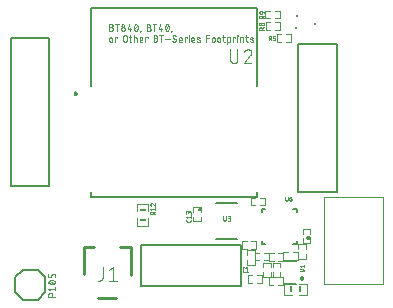
<source format=gbr>
G04 EAGLE Gerber RS-274X export*
G75*
%MOMM*%
%FSLAX34Y34*%
%LPD*%
%INSilkscreen Top*%
%IPPOS*%
%AMOC8*
5,1,8,0,0,1.08239X$1,22.5*%
G01*
%ADD10C,0.050800*%
%ADD11C,0.025400*%
%ADD12C,0.140000*%
%ADD13C,0.127000*%
%ADD14C,0.100000*%
%ADD15R,0.100000X0.300000*%
%ADD16R,0.600000X0.100000*%
%ADD17R,0.300000X0.100000*%
%ADD18R,0.100000X0.600000*%
%ADD19C,0.200000*%
%ADD20R,0.250000X0.250000*%
%ADD21R,0.500000X0.200000*%
%ADD22R,0.100000X1.000000*%
%ADD23R,0.200000X0.500000*%
%ADD24R,1.000000X0.100000*%
%ADD25C,0.254000*%
%ADD26C,0.101600*%
%ADD27C,0.203200*%
%ADD28C,0.152400*%


D10*
X185781Y653139D02*
X187333Y653139D01*
X187333Y653138D02*
X187410Y653136D01*
X187488Y653130D01*
X187564Y653121D01*
X187641Y653107D01*
X187716Y653090D01*
X187790Y653069D01*
X187864Y653044D01*
X187936Y653016D01*
X188006Y652984D01*
X188075Y652949D01*
X188142Y652910D01*
X188207Y652868D01*
X188270Y652823D01*
X188331Y652775D01*
X188389Y652724D01*
X188444Y652670D01*
X188497Y652613D01*
X188546Y652554D01*
X188593Y652492D01*
X188637Y652428D01*
X188677Y652362D01*
X188714Y652294D01*
X188748Y652224D01*
X188778Y652153D01*
X188804Y652080D01*
X188827Y652006D01*
X188846Y651931D01*
X188861Y651856D01*
X188873Y651779D01*
X188881Y651702D01*
X188885Y651625D01*
X188885Y651547D01*
X188881Y651470D01*
X188873Y651393D01*
X188861Y651316D01*
X188846Y651241D01*
X188827Y651166D01*
X188804Y651092D01*
X188778Y651019D01*
X188748Y650948D01*
X188714Y650878D01*
X188677Y650810D01*
X188637Y650744D01*
X188593Y650680D01*
X188546Y650618D01*
X188497Y650559D01*
X188444Y650502D01*
X188389Y650448D01*
X188331Y650397D01*
X188270Y650349D01*
X188207Y650304D01*
X188142Y650262D01*
X188075Y650223D01*
X188006Y650188D01*
X187936Y650156D01*
X187864Y650128D01*
X187790Y650103D01*
X187716Y650082D01*
X187641Y650065D01*
X187564Y650051D01*
X187488Y650042D01*
X187410Y650036D01*
X187333Y650034D01*
X185781Y650034D01*
X185781Y655622D01*
X187333Y655622D01*
X187403Y655620D01*
X187472Y655614D01*
X187541Y655604D01*
X187609Y655591D01*
X187677Y655573D01*
X187743Y655552D01*
X187808Y655527D01*
X187872Y655499D01*
X187934Y655467D01*
X187994Y655432D01*
X188052Y655393D01*
X188107Y655351D01*
X188161Y655306D01*
X188211Y655258D01*
X188259Y655208D01*
X188304Y655154D01*
X188346Y655099D01*
X188385Y655041D01*
X188420Y654981D01*
X188452Y654919D01*
X188480Y654855D01*
X188505Y654790D01*
X188526Y654724D01*
X188544Y654656D01*
X188557Y654588D01*
X188567Y654519D01*
X188573Y654450D01*
X188575Y654380D01*
X188573Y654310D01*
X188567Y654241D01*
X188557Y654172D01*
X188544Y654104D01*
X188526Y654036D01*
X188505Y653970D01*
X188480Y653905D01*
X188452Y653841D01*
X188420Y653779D01*
X188385Y653719D01*
X188346Y653661D01*
X188304Y653606D01*
X188259Y653552D01*
X188211Y653502D01*
X188161Y653454D01*
X188107Y653409D01*
X188052Y653367D01*
X187994Y653328D01*
X187934Y653293D01*
X187872Y653261D01*
X187808Y653233D01*
X187743Y653208D01*
X187677Y653187D01*
X187609Y653169D01*
X187541Y653156D01*
X187472Y653146D01*
X187403Y653140D01*
X187333Y653138D01*
X192188Y655622D02*
X192188Y650034D01*
X190635Y655622D02*
X193740Y655622D01*
X195756Y651586D02*
X195758Y651663D01*
X195764Y651741D01*
X195773Y651817D01*
X195787Y651894D01*
X195804Y651969D01*
X195825Y652043D01*
X195850Y652117D01*
X195878Y652189D01*
X195910Y652259D01*
X195945Y652328D01*
X195984Y652395D01*
X196026Y652460D01*
X196071Y652523D01*
X196119Y652584D01*
X196170Y652642D01*
X196224Y652697D01*
X196281Y652750D01*
X196340Y652799D01*
X196402Y652846D01*
X196466Y652890D01*
X196532Y652930D01*
X196600Y652967D01*
X196670Y653001D01*
X196741Y653031D01*
X196814Y653057D01*
X196888Y653080D01*
X196963Y653099D01*
X197038Y653114D01*
X197115Y653126D01*
X197192Y653134D01*
X197269Y653138D01*
X197347Y653138D01*
X197424Y653134D01*
X197501Y653126D01*
X197578Y653114D01*
X197653Y653099D01*
X197728Y653080D01*
X197802Y653057D01*
X197875Y653031D01*
X197946Y653001D01*
X198016Y652967D01*
X198084Y652930D01*
X198150Y652890D01*
X198214Y652846D01*
X198276Y652799D01*
X198335Y652750D01*
X198392Y652697D01*
X198446Y652642D01*
X198497Y652584D01*
X198545Y652523D01*
X198590Y652460D01*
X198632Y652395D01*
X198671Y652328D01*
X198706Y652259D01*
X198738Y652189D01*
X198766Y652117D01*
X198791Y652043D01*
X198812Y651969D01*
X198829Y651894D01*
X198843Y651817D01*
X198852Y651741D01*
X198858Y651663D01*
X198860Y651586D01*
X198858Y651509D01*
X198852Y651431D01*
X198843Y651355D01*
X198829Y651278D01*
X198812Y651203D01*
X198791Y651129D01*
X198766Y651055D01*
X198738Y650983D01*
X198706Y650913D01*
X198671Y650844D01*
X198632Y650777D01*
X198590Y650712D01*
X198545Y650649D01*
X198497Y650588D01*
X198446Y650530D01*
X198392Y650475D01*
X198335Y650422D01*
X198276Y650373D01*
X198214Y650326D01*
X198150Y650282D01*
X198084Y650242D01*
X198016Y650205D01*
X197946Y650171D01*
X197875Y650141D01*
X197802Y650115D01*
X197728Y650092D01*
X197653Y650073D01*
X197578Y650058D01*
X197501Y650046D01*
X197424Y650038D01*
X197347Y650034D01*
X197269Y650034D01*
X197192Y650038D01*
X197115Y650046D01*
X197038Y650058D01*
X196963Y650073D01*
X196888Y650092D01*
X196814Y650115D01*
X196741Y650141D01*
X196670Y650171D01*
X196600Y650205D01*
X196532Y650242D01*
X196466Y650282D01*
X196402Y650326D01*
X196340Y650373D01*
X196281Y650422D01*
X196224Y650475D01*
X196170Y650530D01*
X196119Y650588D01*
X196071Y650649D01*
X196026Y650712D01*
X195984Y650777D01*
X195945Y650844D01*
X195910Y650913D01*
X195878Y650983D01*
X195850Y651055D01*
X195825Y651129D01*
X195804Y651203D01*
X195787Y651278D01*
X195773Y651355D01*
X195764Y651431D01*
X195758Y651509D01*
X195756Y651586D01*
X196066Y654380D02*
X196068Y654450D01*
X196074Y654519D01*
X196084Y654588D01*
X196097Y654656D01*
X196115Y654724D01*
X196136Y654790D01*
X196161Y654855D01*
X196189Y654919D01*
X196221Y654981D01*
X196256Y655041D01*
X196295Y655099D01*
X196337Y655154D01*
X196382Y655208D01*
X196430Y655258D01*
X196480Y655306D01*
X196534Y655351D01*
X196589Y655393D01*
X196647Y655432D01*
X196707Y655467D01*
X196769Y655499D01*
X196833Y655527D01*
X196898Y655552D01*
X196964Y655573D01*
X197032Y655591D01*
X197100Y655604D01*
X197169Y655614D01*
X197238Y655620D01*
X197308Y655622D01*
X197378Y655620D01*
X197447Y655614D01*
X197516Y655604D01*
X197584Y655591D01*
X197652Y655573D01*
X197718Y655552D01*
X197783Y655527D01*
X197847Y655499D01*
X197909Y655467D01*
X197969Y655432D01*
X198027Y655393D01*
X198082Y655351D01*
X198136Y655306D01*
X198186Y655258D01*
X198234Y655208D01*
X198279Y655154D01*
X198321Y655099D01*
X198360Y655041D01*
X198395Y654981D01*
X198427Y654919D01*
X198455Y654855D01*
X198480Y654790D01*
X198501Y654724D01*
X198519Y654656D01*
X198532Y654588D01*
X198542Y654519D01*
X198548Y654450D01*
X198550Y654380D01*
X198548Y654310D01*
X198542Y654241D01*
X198532Y654172D01*
X198519Y654104D01*
X198501Y654036D01*
X198480Y653970D01*
X198455Y653905D01*
X198427Y653841D01*
X198395Y653779D01*
X198360Y653719D01*
X198321Y653661D01*
X198279Y653606D01*
X198234Y653552D01*
X198186Y653502D01*
X198136Y653454D01*
X198082Y653409D01*
X198027Y653367D01*
X197969Y653328D01*
X197909Y653293D01*
X197847Y653261D01*
X197783Y653233D01*
X197718Y653208D01*
X197652Y653187D01*
X197584Y653169D01*
X197516Y653156D01*
X197447Y653146D01*
X197378Y653140D01*
X197308Y653138D01*
X197238Y653140D01*
X197169Y653146D01*
X197100Y653156D01*
X197032Y653169D01*
X196964Y653187D01*
X196898Y653208D01*
X196833Y653233D01*
X196769Y653261D01*
X196707Y653293D01*
X196647Y653328D01*
X196589Y653367D01*
X196534Y653409D01*
X196480Y653454D01*
X196430Y653502D01*
X196382Y653552D01*
X196337Y653606D01*
X196295Y653661D01*
X196256Y653719D01*
X196221Y653779D01*
X196189Y653841D01*
X196161Y653905D01*
X196136Y653970D01*
X196115Y654036D01*
X196097Y654104D01*
X196084Y654172D01*
X196074Y654241D01*
X196068Y654310D01*
X196066Y654380D01*
X201242Y651276D02*
X202484Y655622D01*
X201242Y651276D02*
X204347Y651276D01*
X203416Y652518D02*
X203416Y650034D01*
X206729Y652828D02*
X206731Y652959D01*
X206736Y653089D01*
X206746Y653219D01*
X206759Y653349D01*
X206775Y653479D01*
X206795Y653608D01*
X206819Y653736D01*
X206847Y653863D01*
X206878Y653990D01*
X206913Y654116D01*
X206951Y654241D01*
X206993Y654365D01*
X207038Y654487D01*
X207087Y654608D01*
X207139Y654728D01*
X207195Y654846D01*
X207194Y654847D02*
X207217Y654907D01*
X207243Y654967D01*
X207272Y655024D01*
X207305Y655080D01*
X207341Y655134D01*
X207379Y655186D01*
X207421Y655236D01*
X207465Y655283D01*
X207512Y655328D01*
X207562Y655370D01*
X207613Y655409D01*
X207667Y655445D01*
X207723Y655478D01*
X207780Y655508D01*
X207839Y655535D01*
X207900Y655558D01*
X207961Y655578D01*
X208024Y655594D01*
X208088Y655607D01*
X208152Y655616D01*
X208216Y655621D01*
X208281Y655623D01*
X208346Y655621D01*
X208410Y655616D01*
X208474Y655607D01*
X208538Y655594D01*
X208601Y655578D01*
X208662Y655558D01*
X208723Y655535D01*
X208782Y655508D01*
X208839Y655478D01*
X208895Y655445D01*
X208949Y655409D01*
X209000Y655370D01*
X209050Y655328D01*
X209097Y655283D01*
X209141Y655236D01*
X209183Y655186D01*
X209221Y655134D01*
X209257Y655080D01*
X209290Y655024D01*
X209319Y654967D01*
X209345Y654907D01*
X209368Y654847D01*
X209368Y654846D02*
X209424Y654728D01*
X209476Y654608D01*
X209525Y654487D01*
X209570Y654365D01*
X209612Y654241D01*
X209650Y654116D01*
X209685Y653990D01*
X209716Y653864D01*
X209744Y653736D01*
X209768Y653608D01*
X209788Y653479D01*
X209804Y653349D01*
X209817Y653219D01*
X209827Y653089D01*
X209832Y652959D01*
X209834Y652828D01*
X206729Y652828D02*
X206731Y652697D01*
X206736Y652567D01*
X206746Y652437D01*
X206759Y652307D01*
X206775Y652177D01*
X206795Y652048D01*
X206819Y651920D01*
X206847Y651793D01*
X206878Y651666D01*
X206913Y651540D01*
X206951Y651415D01*
X206993Y651291D01*
X207038Y651169D01*
X207087Y651048D01*
X207139Y650928D01*
X207195Y650810D01*
X207194Y650810D02*
X207217Y650750D01*
X207243Y650690D01*
X207272Y650633D01*
X207305Y650577D01*
X207341Y650523D01*
X207379Y650471D01*
X207421Y650421D01*
X207465Y650374D01*
X207512Y650329D01*
X207562Y650287D01*
X207613Y650248D01*
X207667Y650212D01*
X207723Y650179D01*
X207780Y650149D01*
X207839Y650122D01*
X207900Y650099D01*
X207961Y650079D01*
X208024Y650063D01*
X208088Y650050D01*
X208152Y650041D01*
X208216Y650036D01*
X208281Y650034D01*
X209367Y650810D02*
X209423Y650928D01*
X209475Y651048D01*
X209524Y651169D01*
X209569Y651291D01*
X209611Y651415D01*
X209649Y651540D01*
X209684Y651666D01*
X209715Y651792D01*
X209743Y651920D01*
X209767Y652048D01*
X209787Y652177D01*
X209803Y652307D01*
X209816Y652437D01*
X209826Y652567D01*
X209831Y652697D01*
X209833Y652828D01*
X209368Y650810D02*
X209345Y650750D01*
X209319Y650690D01*
X209290Y650633D01*
X209257Y650577D01*
X209221Y650523D01*
X209183Y650471D01*
X209141Y650421D01*
X209097Y650374D01*
X209050Y650329D01*
X209000Y650287D01*
X208949Y650248D01*
X208895Y650212D01*
X208839Y650179D01*
X208782Y650149D01*
X208723Y650122D01*
X208662Y650099D01*
X208601Y650079D01*
X208538Y650063D01*
X208474Y650050D01*
X208410Y650041D01*
X208346Y650036D01*
X208281Y650034D01*
X207039Y651276D02*
X209523Y654380D01*
X211945Y650034D02*
X212256Y650034D01*
X211945Y650034D02*
X211945Y650345D01*
X212256Y650345D01*
X212256Y650034D01*
X211790Y648793D01*
X217602Y653139D02*
X219154Y653139D01*
X219154Y653138D02*
X219231Y653136D01*
X219309Y653130D01*
X219385Y653121D01*
X219462Y653107D01*
X219537Y653090D01*
X219611Y653069D01*
X219685Y653044D01*
X219757Y653016D01*
X219827Y652984D01*
X219896Y652949D01*
X219963Y652910D01*
X220028Y652868D01*
X220091Y652823D01*
X220152Y652775D01*
X220210Y652724D01*
X220265Y652670D01*
X220318Y652613D01*
X220367Y652554D01*
X220414Y652492D01*
X220458Y652428D01*
X220498Y652362D01*
X220535Y652294D01*
X220569Y652224D01*
X220599Y652153D01*
X220625Y652080D01*
X220648Y652006D01*
X220667Y651931D01*
X220682Y651856D01*
X220694Y651779D01*
X220702Y651702D01*
X220706Y651625D01*
X220706Y651547D01*
X220702Y651470D01*
X220694Y651393D01*
X220682Y651316D01*
X220667Y651241D01*
X220648Y651166D01*
X220625Y651092D01*
X220599Y651019D01*
X220569Y650948D01*
X220535Y650878D01*
X220498Y650810D01*
X220458Y650744D01*
X220414Y650680D01*
X220367Y650618D01*
X220318Y650559D01*
X220265Y650502D01*
X220210Y650448D01*
X220152Y650397D01*
X220091Y650349D01*
X220028Y650304D01*
X219963Y650262D01*
X219896Y650223D01*
X219827Y650188D01*
X219757Y650156D01*
X219685Y650128D01*
X219611Y650103D01*
X219537Y650082D01*
X219462Y650065D01*
X219385Y650051D01*
X219309Y650042D01*
X219231Y650036D01*
X219154Y650034D01*
X217602Y650034D01*
X217602Y655622D01*
X219154Y655622D01*
X219224Y655620D01*
X219293Y655614D01*
X219362Y655604D01*
X219430Y655591D01*
X219498Y655573D01*
X219564Y655552D01*
X219629Y655527D01*
X219693Y655499D01*
X219755Y655467D01*
X219815Y655432D01*
X219873Y655393D01*
X219928Y655351D01*
X219982Y655306D01*
X220032Y655258D01*
X220080Y655208D01*
X220125Y655154D01*
X220167Y655099D01*
X220206Y655041D01*
X220241Y654981D01*
X220273Y654919D01*
X220301Y654855D01*
X220326Y654790D01*
X220347Y654724D01*
X220365Y654656D01*
X220378Y654588D01*
X220388Y654519D01*
X220394Y654450D01*
X220396Y654380D01*
X220394Y654310D01*
X220388Y654241D01*
X220378Y654172D01*
X220365Y654104D01*
X220347Y654036D01*
X220326Y653970D01*
X220301Y653905D01*
X220273Y653841D01*
X220241Y653779D01*
X220206Y653719D01*
X220167Y653661D01*
X220125Y653606D01*
X220080Y653552D01*
X220032Y653502D01*
X219982Y653454D01*
X219928Y653409D01*
X219873Y653367D01*
X219815Y653328D01*
X219755Y653293D01*
X219693Y653261D01*
X219629Y653233D01*
X219564Y653208D01*
X219498Y653187D01*
X219430Y653169D01*
X219362Y653156D01*
X219293Y653146D01*
X219224Y653140D01*
X219154Y653138D01*
X224009Y655622D02*
X224009Y650034D01*
X222456Y655622D02*
X225561Y655622D01*
X228819Y655622D02*
X227577Y651276D01*
X230681Y651276D01*
X229750Y652518D02*
X229750Y650034D01*
X233063Y652828D02*
X233065Y652959D01*
X233070Y653089D01*
X233080Y653219D01*
X233093Y653349D01*
X233109Y653479D01*
X233129Y653608D01*
X233153Y653736D01*
X233181Y653863D01*
X233212Y653990D01*
X233247Y654116D01*
X233285Y654241D01*
X233327Y654365D01*
X233372Y654487D01*
X233421Y654608D01*
X233473Y654728D01*
X233529Y654846D01*
X233529Y654847D02*
X233552Y654907D01*
X233578Y654967D01*
X233607Y655024D01*
X233640Y655080D01*
X233676Y655134D01*
X233714Y655186D01*
X233756Y655236D01*
X233800Y655283D01*
X233847Y655328D01*
X233897Y655370D01*
X233948Y655409D01*
X234002Y655445D01*
X234058Y655478D01*
X234115Y655508D01*
X234174Y655535D01*
X234235Y655558D01*
X234296Y655578D01*
X234359Y655594D01*
X234423Y655607D01*
X234487Y655616D01*
X234551Y655621D01*
X234616Y655623D01*
X234681Y655621D01*
X234745Y655616D01*
X234809Y655607D01*
X234873Y655594D01*
X234936Y655578D01*
X234997Y655558D01*
X235058Y655535D01*
X235117Y655508D01*
X235174Y655478D01*
X235230Y655445D01*
X235284Y655409D01*
X235335Y655370D01*
X235385Y655328D01*
X235432Y655283D01*
X235476Y655236D01*
X235518Y655186D01*
X235556Y655134D01*
X235592Y655080D01*
X235625Y655024D01*
X235654Y654967D01*
X235680Y654907D01*
X235703Y654847D01*
X235702Y654846D02*
X235758Y654728D01*
X235810Y654608D01*
X235859Y654487D01*
X235904Y654365D01*
X235946Y654241D01*
X235984Y654116D01*
X236019Y653990D01*
X236050Y653864D01*
X236078Y653736D01*
X236102Y653608D01*
X236122Y653479D01*
X236138Y653349D01*
X236151Y653219D01*
X236161Y653089D01*
X236166Y652959D01*
X236168Y652828D01*
X233063Y652828D02*
X233065Y652697D01*
X233070Y652567D01*
X233080Y652437D01*
X233093Y652307D01*
X233109Y652177D01*
X233129Y652048D01*
X233153Y651920D01*
X233181Y651793D01*
X233212Y651666D01*
X233247Y651540D01*
X233285Y651415D01*
X233327Y651291D01*
X233372Y651169D01*
X233421Y651048D01*
X233473Y650928D01*
X233529Y650810D01*
X233552Y650750D01*
X233578Y650690D01*
X233607Y650633D01*
X233640Y650577D01*
X233676Y650523D01*
X233714Y650471D01*
X233756Y650421D01*
X233800Y650374D01*
X233847Y650329D01*
X233897Y650287D01*
X233948Y650248D01*
X234002Y650212D01*
X234058Y650179D01*
X234115Y650149D01*
X234174Y650122D01*
X234235Y650099D01*
X234296Y650079D01*
X234359Y650063D01*
X234423Y650050D01*
X234487Y650041D01*
X234551Y650036D01*
X234616Y650034D01*
X235702Y650810D02*
X235758Y650928D01*
X235810Y651048D01*
X235859Y651169D01*
X235904Y651291D01*
X235946Y651415D01*
X235984Y651540D01*
X236019Y651666D01*
X236050Y651792D01*
X236078Y651920D01*
X236102Y652048D01*
X236122Y652177D01*
X236138Y652307D01*
X236151Y652437D01*
X236161Y652567D01*
X236166Y652697D01*
X236168Y652828D01*
X235703Y650810D02*
X235680Y650750D01*
X235654Y650690D01*
X235625Y650633D01*
X235592Y650577D01*
X235556Y650523D01*
X235518Y650471D01*
X235476Y650421D01*
X235432Y650374D01*
X235385Y650329D01*
X235335Y650287D01*
X235284Y650248D01*
X235230Y650212D01*
X235174Y650179D01*
X235117Y650149D01*
X235058Y650122D01*
X234997Y650099D01*
X234936Y650079D01*
X234873Y650063D01*
X234809Y650050D01*
X234745Y650041D01*
X234681Y650036D01*
X234616Y650034D01*
X233374Y651276D02*
X235857Y654380D01*
X238280Y650034D02*
X238590Y650034D01*
X238280Y650034D02*
X238280Y650345D01*
X238590Y650345D01*
X238590Y650034D01*
X238124Y648793D01*
X185781Y643374D02*
X185781Y642132D01*
X185780Y643374D02*
X185782Y643444D01*
X185788Y643513D01*
X185798Y643582D01*
X185811Y643650D01*
X185829Y643718D01*
X185850Y643784D01*
X185875Y643849D01*
X185903Y643913D01*
X185935Y643975D01*
X185970Y644035D01*
X186009Y644093D01*
X186051Y644148D01*
X186096Y644202D01*
X186144Y644252D01*
X186194Y644300D01*
X186248Y644345D01*
X186303Y644387D01*
X186361Y644426D01*
X186421Y644461D01*
X186483Y644493D01*
X186547Y644521D01*
X186612Y644546D01*
X186678Y644567D01*
X186746Y644585D01*
X186814Y644598D01*
X186883Y644608D01*
X186952Y644614D01*
X187022Y644616D01*
X187092Y644614D01*
X187161Y644608D01*
X187230Y644598D01*
X187298Y644585D01*
X187366Y644567D01*
X187432Y644546D01*
X187497Y644521D01*
X187561Y644493D01*
X187623Y644461D01*
X187683Y644426D01*
X187741Y644387D01*
X187796Y644345D01*
X187850Y644300D01*
X187900Y644252D01*
X187948Y644202D01*
X187993Y644148D01*
X188035Y644093D01*
X188074Y644035D01*
X188109Y643975D01*
X188141Y643913D01*
X188169Y643849D01*
X188194Y643784D01*
X188215Y643718D01*
X188233Y643650D01*
X188246Y643582D01*
X188256Y643513D01*
X188262Y643444D01*
X188264Y643374D01*
X188264Y642132D01*
X188262Y642062D01*
X188256Y641993D01*
X188246Y641924D01*
X188233Y641856D01*
X188215Y641788D01*
X188194Y641722D01*
X188169Y641657D01*
X188141Y641593D01*
X188109Y641531D01*
X188074Y641471D01*
X188035Y641413D01*
X187993Y641358D01*
X187948Y641304D01*
X187900Y641254D01*
X187850Y641206D01*
X187796Y641161D01*
X187741Y641119D01*
X187683Y641080D01*
X187623Y641045D01*
X187561Y641013D01*
X187497Y640985D01*
X187432Y640960D01*
X187366Y640939D01*
X187298Y640921D01*
X187230Y640908D01*
X187161Y640898D01*
X187092Y640892D01*
X187022Y640890D01*
X186952Y640892D01*
X186883Y640898D01*
X186814Y640908D01*
X186746Y640921D01*
X186678Y640939D01*
X186612Y640960D01*
X186547Y640985D01*
X186483Y641013D01*
X186421Y641045D01*
X186361Y641080D01*
X186303Y641119D01*
X186248Y641161D01*
X186194Y641206D01*
X186144Y641254D01*
X186096Y641304D01*
X186051Y641358D01*
X186009Y641413D01*
X185970Y641471D01*
X185935Y641531D01*
X185903Y641593D01*
X185875Y641657D01*
X185850Y641722D01*
X185829Y641788D01*
X185811Y641856D01*
X185798Y641924D01*
X185788Y641993D01*
X185782Y642062D01*
X185780Y642132D01*
X190751Y640890D02*
X190751Y644616D01*
X192614Y644616D01*
X192614Y643995D01*
X197357Y644926D02*
X197357Y642442D01*
X197358Y644926D02*
X197360Y645003D01*
X197366Y645081D01*
X197375Y645157D01*
X197389Y645234D01*
X197406Y645309D01*
X197427Y645383D01*
X197452Y645457D01*
X197480Y645529D01*
X197512Y645599D01*
X197547Y645668D01*
X197586Y645735D01*
X197628Y645800D01*
X197673Y645863D01*
X197721Y645924D01*
X197772Y645982D01*
X197826Y646037D01*
X197883Y646090D01*
X197942Y646139D01*
X198004Y646186D01*
X198068Y646230D01*
X198134Y646270D01*
X198202Y646307D01*
X198272Y646341D01*
X198343Y646371D01*
X198416Y646397D01*
X198490Y646420D01*
X198565Y646439D01*
X198640Y646454D01*
X198717Y646466D01*
X198794Y646474D01*
X198871Y646478D01*
X198949Y646478D01*
X199026Y646474D01*
X199103Y646466D01*
X199180Y646454D01*
X199255Y646439D01*
X199330Y646420D01*
X199404Y646397D01*
X199477Y646371D01*
X199548Y646341D01*
X199618Y646307D01*
X199686Y646270D01*
X199752Y646230D01*
X199816Y646186D01*
X199878Y646139D01*
X199937Y646090D01*
X199994Y646037D01*
X200048Y645982D01*
X200099Y645924D01*
X200147Y645863D01*
X200192Y645800D01*
X200234Y645735D01*
X200273Y645668D01*
X200308Y645599D01*
X200340Y645529D01*
X200368Y645457D01*
X200393Y645383D01*
X200414Y645309D01*
X200431Y645234D01*
X200445Y645157D01*
X200454Y645081D01*
X200460Y645003D01*
X200462Y644926D01*
X200462Y642442D01*
X200460Y642365D01*
X200454Y642287D01*
X200445Y642211D01*
X200431Y642134D01*
X200414Y642059D01*
X200393Y641985D01*
X200368Y641911D01*
X200340Y641839D01*
X200308Y641769D01*
X200273Y641700D01*
X200234Y641633D01*
X200192Y641568D01*
X200147Y641505D01*
X200099Y641444D01*
X200048Y641386D01*
X199994Y641331D01*
X199937Y641278D01*
X199878Y641229D01*
X199816Y641182D01*
X199752Y641138D01*
X199686Y641098D01*
X199618Y641061D01*
X199548Y641027D01*
X199477Y640997D01*
X199404Y640971D01*
X199330Y640948D01*
X199255Y640929D01*
X199180Y640914D01*
X199103Y640902D01*
X199026Y640894D01*
X198949Y640890D01*
X198871Y640890D01*
X198794Y640894D01*
X198717Y640902D01*
X198640Y640914D01*
X198565Y640929D01*
X198490Y640948D01*
X198416Y640971D01*
X198343Y640997D01*
X198272Y641027D01*
X198202Y641061D01*
X198134Y641098D01*
X198068Y641138D01*
X198004Y641182D01*
X197942Y641229D01*
X197883Y641278D01*
X197826Y641331D01*
X197772Y641386D01*
X197721Y641444D01*
X197673Y641505D01*
X197628Y641568D01*
X197586Y641633D01*
X197547Y641700D01*
X197512Y641769D01*
X197480Y641839D01*
X197452Y641911D01*
X197427Y641985D01*
X197406Y642059D01*
X197389Y642134D01*
X197375Y642211D01*
X197366Y642287D01*
X197360Y642365D01*
X197358Y642442D01*
X202322Y644616D02*
X204185Y644616D01*
X202943Y646478D02*
X202943Y641822D01*
X202945Y641764D01*
X202950Y641705D01*
X202959Y641648D01*
X202972Y641590D01*
X202989Y641534D01*
X203008Y641479D01*
X203032Y641426D01*
X203058Y641373D01*
X203088Y641323D01*
X203121Y641275D01*
X203157Y641229D01*
X203195Y641185D01*
X203237Y641143D01*
X203281Y641105D01*
X203327Y641069D01*
X203375Y641036D01*
X203426Y641006D01*
X203478Y640980D01*
X203531Y640956D01*
X203586Y640937D01*
X203642Y640920D01*
X203700Y640907D01*
X203757Y640898D01*
X203816Y640893D01*
X203874Y640891D01*
X203874Y640890D02*
X204185Y640890D01*
X206446Y640890D02*
X206446Y646478D01*
X206446Y644616D02*
X207998Y644616D01*
X207998Y644615D02*
X208056Y644613D01*
X208115Y644608D01*
X208172Y644599D01*
X208230Y644586D01*
X208286Y644569D01*
X208341Y644550D01*
X208394Y644526D01*
X208447Y644500D01*
X208497Y644470D01*
X208545Y644437D01*
X208591Y644401D01*
X208635Y644363D01*
X208677Y644321D01*
X208715Y644277D01*
X208751Y644231D01*
X208784Y644183D01*
X208814Y644133D01*
X208840Y644080D01*
X208864Y644027D01*
X208883Y643972D01*
X208900Y643916D01*
X208913Y643858D01*
X208922Y643801D01*
X208927Y643742D01*
X208929Y643684D01*
X208929Y640890D01*
X212315Y640890D02*
X213867Y640890D01*
X212315Y640891D02*
X212257Y640893D01*
X212198Y640898D01*
X212141Y640907D01*
X212083Y640920D01*
X212027Y640937D01*
X211972Y640956D01*
X211919Y640980D01*
X211866Y641006D01*
X211816Y641036D01*
X211768Y641069D01*
X211722Y641105D01*
X211678Y641143D01*
X211636Y641185D01*
X211598Y641229D01*
X211562Y641275D01*
X211529Y641323D01*
X211499Y641373D01*
X211473Y641426D01*
X211449Y641479D01*
X211430Y641534D01*
X211413Y641590D01*
X211400Y641648D01*
X211391Y641705D01*
X211386Y641764D01*
X211384Y641822D01*
X211384Y643374D01*
X211383Y643374D02*
X211385Y643444D01*
X211391Y643513D01*
X211401Y643582D01*
X211414Y643650D01*
X211432Y643718D01*
X211453Y643784D01*
X211478Y643849D01*
X211506Y643913D01*
X211538Y643975D01*
X211573Y644035D01*
X211612Y644093D01*
X211654Y644148D01*
X211699Y644202D01*
X211747Y644252D01*
X211797Y644300D01*
X211851Y644345D01*
X211906Y644387D01*
X211964Y644426D01*
X212024Y644461D01*
X212086Y644493D01*
X212150Y644521D01*
X212215Y644546D01*
X212281Y644567D01*
X212349Y644585D01*
X212417Y644598D01*
X212486Y644608D01*
X212555Y644614D01*
X212625Y644616D01*
X212695Y644614D01*
X212764Y644608D01*
X212833Y644598D01*
X212901Y644585D01*
X212969Y644567D01*
X213035Y644546D01*
X213100Y644521D01*
X213164Y644493D01*
X213226Y644461D01*
X213286Y644426D01*
X213344Y644387D01*
X213399Y644345D01*
X213453Y644300D01*
X213503Y644252D01*
X213551Y644202D01*
X213596Y644148D01*
X213638Y644093D01*
X213677Y644035D01*
X213712Y643975D01*
X213744Y643913D01*
X213772Y643849D01*
X213797Y643784D01*
X213818Y643718D01*
X213836Y643650D01*
X213849Y643582D01*
X213859Y643513D01*
X213865Y643444D01*
X213867Y643374D01*
X213867Y642753D01*
X211384Y642753D01*
X216354Y640890D02*
X216354Y644616D01*
X218217Y644616D01*
X218217Y643995D01*
X223226Y643995D02*
X224778Y643995D01*
X224778Y643994D02*
X224855Y643992D01*
X224933Y643986D01*
X225009Y643977D01*
X225086Y643963D01*
X225161Y643946D01*
X225235Y643925D01*
X225309Y643900D01*
X225381Y643872D01*
X225451Y643840D01*
X225520Y643805D01*
X225587Y643766D01*
X225652Y643724D01*
X225715Y643679D01*
X225776Y643631D01*
X225834Y643580D01*
X225889Y643526D01*
X225942Y643469D01*
X225991Y643410D01*
X226038Y643348D01*
X226082Y643284D01*
X226122Y643218D01*
X226159Y643150D01*
X226193Y643080D01*
X226223Y643009D01*
X226249Y642936D01*
X226272Y642862D01*
X226291Y642787D01*
X226306Y642712D01*
X226318Y642635D01*
X226326Y642558D01*
X226330Y642481D01*
X226330Y642403D01*
X226326Y642326D01*
X226318Y642249D01*
X226306Y642172D01*
X226291Y642097D01*
X226272Y642022D01*
X226249Y641948D01*
X226223Y641875D01*
X226193Y641804D01*
X226159Y641734D01*
X226122Y641666D01*
X226082Y641600D01*
X226038Y641536D01*
X225991Y641474D01*
X225942Y641415D01*
X225889Y641358D01*
X225834Y641304D01*
X225776Y641253D01*
X225715Y641205D01*
X225652Y641160D01*
X225587Y641118D01*
X225520Y641079D01*
X225451Y641044D01*
X225381Y641012D01*
X225309Y640984D01*
X225235Y640959D01*
X225161Y640938D01*
X225086Y640921D01*
X225009Y640907D01*
X224933Y640898D01*
X224855Y640892D01*
X224778Y640890D01*
X223226Y640890D01*
X223226Y646478D01*
X224778Y646478D01*
X224848Y646476D01*
X224917Y646470D01*
X224986Y646460D01*
X225054Y646447D01*
X225122Y646429D01*
X225188Y646408D01*
X225253Y646383D01*
X225317Y646355D01*
X225379Y646323D01*
X225439Y646288D01*
X225497Y646249D01*
X225552Y646207D01*
X225606Y646162D01*
X225656Y646114D01*
X225704Y646064D01*
X225749Y646010D01*
X225791Y645955D01*
X225830Y645897D01*
X225865Y645837D01*
X225897Y645775D01*
X225925Y645711D01*
X225950Y645646D01*
X225971Y645580D01*
X225989Y645512D01*
X226002Y645444D01*
X226012Y645375D01*
X226018Y645306D01*
X226020Y645236D01*
X226018Y645166D01*
X226012Y645097D01*
X226002Y645028D01*
X225989Y644960D01*
X225971Y644892D01*
X225950Y644826D01*
X225925Y644761D01*
X225897Y644697D01*
X225865Y644635D01*
X225830Y644575D01*
X225791Y644517D01*
X225749Y644462D01*
X225704Y644408D01*
X225656Y644358D01*
X225606Y644310D01*
X225552Y644265D01*
X225497Y644223D01*
X225439Y644184D01*
X225379Y644149D01*
X225317Y644117D01*
X225253Y644089D01*
X225188Y644064D01*
X225122Y644043D01*
X225054Y644025D01*
X224986Y644012D01*
X224917Y644002D01*
X224848Y643996D01*
X224778Y643994D01*
X229633Y646478D02*
X229633Y640890D01*
X228081Y646478D02*
X231185Y646478D01*
X233257Y643063D02*
X236982Y643063D01*
X241099Y640890D02*
X241169Y640892D01*
X241238Y640898D01*
X241307Y640908D01*
X241375Y640921D01*
X241443Y640939D01*
X241509Y640960D01*
X241574Y640985D01*
X241638Y641013D01*
X241700Y641045D01*
X241760Y641080D01*
X241818Y641119D01*
X241873Y641161D01*
X241927Y641206D01*
X241977Y641254D01*
X242025Y641304D01*
X242070Y641358D01*
X242112Y641413D01*
X242151Y641471D01*
X242186Y641531D01*
X242218Y641593D01*
X242246Y641657D01*
X242271Y641722D01*
X242292Y641788D01*
X242310Y641856D01*
X242323Y641924D01*
X242333Y641993D01*
X242339Y642062D01*
X242341Y642132D01*
X241099Y640891D02*
X241000Y640893D01*
X240902Y640898D01*
X240804Y640908D01*
X240706Y640921D01*
X240609Y640937D01*
X240512Y640957D01*
X240417Y640981D01*
X240322Y641009D01*
X240228Y641040D01*
X240136Y641074D01*
X240045Y641112D01*
X239955Y641153D01*
X239867Y641198D01*
X239781Y641246D01*
X239697Y641297D01*
X239615Y641351D01*
X239534Y641409D01*
X239456Y641469D01*
X239381Y641532D01*
X239307Y641598D01*
X239237Y641667D01*
X239391Y645236D02*
X239393Y645306D01*
X239399Y645375D01*
X239409Y645444D01*
X239422Y645512D01*
X239440Y645580D01*
X239461Y645646D01*
X239486Y645711D01*
X239514Y645775D01*
X239546Y645837D01*
X239581Y645897D01*
X239620Y645955D01*
X239662Y646010D01*
X239707Y646064D01*
X239755Y646114D01*
X239805Y646162D01*
X239859Y646207D01*
X239914Y646249D01*
X239972Y646288D01*
X240032Y646323D01*
X240094Y646355D01*
X240158Y646383D01*
X240223Y646408D01*
X240289Y646429D01*
X240357Y646447D01*
X240425Y646460D01*
X240494Y646470D01*
X240563Y646476D01*
X240633Y646478D01*
X240727Y646476D01*
X240820Y646470D01*
X240913Y646461D01*
X241006Y646448D01*
X241098Y646431D01*
X241189Y646411D01*
X241280Y646386D01*
X241369Y646359D01*
X241457Y646327D01*
X241544Y646292D01*
X241630Y646254D01*
X241713Y646212D01*
X241795Y646167D01*
X241876Y646119D01*
X241954Y646067D01*
X242030Y646012D01*
X240013Y644150D02*
X239954Y644186D01*
X239898Y644226D01*
X239844Y644269D01*
X239792Y644314D01*
X239743Y644363D01*
X239697Y644414D01*
X239654Y644467D01*
X239613Y644523D01*
X239576Y644581D01*
X239541Y644641D01*
X239511Y644702D01*
X239483Y644765D01*
X239459Y644830D01*
X239439Y644896D01*
X239422Y644963D01*
X239409Y645030D01*
X239400Y645098D01*
X239394Y645167D01*
X239392Y645236D01*
X241720Y643218D02*
X241779Y643182D01*
X241835Y643142D01*
X241889Y643099D01*
X241941Y643054D01*
X241990Y643005D01*
X242036Y642954D01*
X242079Y642901D01*
X242120Y642845D01*
X242157Y642787D01*
X242192Y642727D01*
X242222Y642666D01*
X242250Y642603D01*
X242274Y642538D01*
X242294Y642472D01*
X242311Y642405D01*
X242324Y642338D01*
X242333Y642270D01*
X242339Y642201D01*
X242341Y642132D01*
X241720Y643219D02*
X240013Y644150D01*
X245416Y640890D02*
X246968Y640890D01*
X245416Y640891D02*
X245358Y640893D01*
X245299Y640898D01*
X245242Y640907D01*
X245184Y640920D01*
X245128Y640937D01*
X245073Y640956D01*
X245020Y640980D01*
X244967Y641006D01*
X244917Y641036D01*
X244869Y641069D01*
X244823Y641105D01*
X244779Y641143D01*
X244737Y641185D01*
X244699Y641229D01*
X244663Y641275D01*
X244630Y641323D01*
X244600Y641373D01*
X244574Y641426D01*
X244550Y641479D01*
X244531Y641534D01*
X244514Y641590D01*
X244501Y641648D01*
X244492Y641705D01*
X244487Y641764D01*
X244485Y641822D01*
X244485Y643374D01*
X244484Y643374D02*
X244486Y643444D01*
X244492Y643513D01*
X244502Y643582D01*
X244515Y643650D01*
X244533Y643718D01*
X244554Y643784D01*
X244579Y643849D01*
X244607Y643913D01*
X244639Y643975D01*
X244674Y644035D01*
X244713Y644093D01*
X244755Y644148D01*
X244800Y644202D01*
X244848Y644252D01*
X244898Y644300D01*
X244952Y644345D01*
X245007Y644387D01*
X245065Y644426D01*
X245125Y644461D01*
X245187Y644493D01*
X245251Y644521D01*
X245316Y644546D01*
X245382Y644567D01*
X245450Y644585D01*
X245518Y644598D01*
X245587Y644608D01*
X245656Y644614D01*
X245726Y644616D01*
X245796Y644614D01*
X245865Y644608D01*
X245934Y644598D01*
X246002Y644585D01*
X246070Y644567D01*
X246136Y644546D01*
X246201Y644521D01*
X246265Y644493D01*
X246327Y644461D01*
X246387Y644426D01*
X246445Y644387D01*
X246500Y644345D01*
X246554Y644300D01*
X246604Y644252D01*
X246652Y644202D01*
X246697Y644148D01*
X246739Y644093D01*
X246778Y644035D01*
X246813Y643975D01*
X246845Y643913D01*
X246873Y643849D01*
X246898Y643784D01*
X246919Y643718D01*
X246937Y643650D01*
X246950Y643582D01*
X246960Y643513D01*
X246966Y643444D01*
X246968Y643374D01*
X246968Y642753D01*
X244485Y642753D01*
X249455Y640890D02*
X249455Y644616D01*
X251318Y644616D01*
X251318Y643995D01*
X253042Y644616D02*
X253042Y640890D01*
X252886Y646168D02*
X252886Y646478D01*
X253197Y646478D01*
X253197Y646168D01*
X252886Y646168D01*
X256206Y640890D02*
X257758Y640890D01*
X256206Y640891D02*
X256148Y640893D01*
X256089Y640898D01*
X256032Y640907D01*
X255974Y640920D01*
X255918Y640937D01*
X255863Y640956D01*
X255810Y640980D01*
X255757Y641006D01*
X255707Y641036D01*
X255659Y641069D01*
X255613Y641105D01*
X255569Y641143D01*
X255527Y641185D01*
X255489Y641229D01*
X255453Y641275D01*
X255420Y641323D01*
X255390Y641373D01*
X255364Y641426D01*
X255340Y641479D01*
X255321Y641534D01*
X255304Y641590D01*
X255291Y641648D01*
X255282Y641705D01*
X255277Y641764D01*
X255275Y641822D01*
X255274Y641822D02*
X255274Y643374D01*
X255276Y643444D01*
X255282Y643513D01*
X255292Y643582D01*
X255305Y643650D01*
X255323Y643718D01*
X255344Y643784D01*
X255369Y643849D01*
X255397Y643913D01*
X255429Y643975D01*
X255464Y644035D01*
X255503Y644093D01*
X255545Y644148D01*
X255590Y644202D01*
X255638Y644252D01*
X255688Y644300D01*
X255742Y644345D01*
X255797Y644387D01*
X255855Y644426D01*
X255915Y644461D01*
X255977Y644493D01*
X256041Y644521D01*
X256106Y644546D01*
X256172Y644567D01*
X256240Y644585D01*
X256308Y644598D01*
X256377Y644608D01*
X256446Y644614D01*
X256516Y644616D01*
X256586Y644614D01*
X256655Y644608D01*
X256724Y644598D01*
X256792Y644585D01*
X256860Y644567D01*
X256926Y644546D01*
X256991Y644521D01*
X257055Y644493D01*
X257117Y644461D01*
X257177Y644426D01*
X257235Y644387D01*
X257290Y644345D01*
X257344Y644300D01*
X257394Y644252D01*
X257442Y644202D01*
X257487Y644148D01*
X257529Y644093D01*
X257568Y644035D01*
X257603Y643975D01*
X257635Y643913D01*
X257663Y643849D01*
X257688Y643784D01*
X257709Y643718D01*
X257727Y643650D01*
X257740Y643582D01*
X257750Y643513D01*
X257756Y643444D01*
X257758Y643374D01*
X257758Y642753D01*
X255274Y642753D01*
X260495Y643063D02*
X262047Y642442D01*
X260495Y643064D02*
X260444Y643086D01*
X260395Y643112D01*
X260347Y643141D01*
X260302Y643174D01*
X260259Y643210D01*
X260218Y643248D01*
X260181Y643290D01*
X260146Y643333D01*
X260114Y643379D01*
X260086Y643428D01*
X260061Y643478D01*
X260040Y643529D01*
X260022Y643582D01*
X260008Y643636D01*
X259998Y643691D01*
X259992Y643747D01*
X259989Y643802D01*
X259990Y643858D01*
X259996Y643914D01*
X260005Y643969D01*
X260017Y644023D01*
X260034Y644077D01*
X260054Y644129D01*
X260078Y644179D01*
X260105Y644228D01*
X260136Y644275D01*
X260170Y644319D01*
X260206Y644361D01*
X260246Y644401D01*
X260288Y644437D01*
X260333Y644471D01*
X260380Y644501D01*
X260428Y644528D01*
X260479Y644552D01*
X260531Y644572D01*
X260585Y644588D01*
X260639Y644601D01*
X260694Y644610D01*
X260750Y644615D01*
X260806Y644616D01*
X260805Y644616D02*
X260916Y644612D01*
X261027Y644606D01*
X261137Y644595D01*
X261247Y644581D01*
X261357Y644564D01*
X261466Y644544D01*
X261574Y644520D01*
X261681Y644492D01*
X261788Y644461D01*
X261893Y644427D01*
X261998Y644390D01*
X262101Y644349D01*
X262203Y644305D01*
X262047Y642442D02*
X262098Y642420D01*
X262147Y642394D01*
X262195Y642365D01*
X262240Y642332D01*
X262283Y642296D01*
X262324Y642258D01*
X262361Y642216D01*
X262396Y642173D01*
X262428Y642127D01*
X262456Y642078D01*
X262481Y642028D01*
X262502Y641977D01*
X262520Y641924D01*
X262534Y641870D01*
X262544Y641815D01*
X262550Y641759D01*
X262553Y641704D01*
X262552Y641648D01*
X262546Y641592D01*
X262537Y641537D01*
X262525Y641483D01*
X262508Y641429D01*
X262488Y641377D01*
X262464Y641327D01*
X262437Y641278D01*
X262406Y641231D01*
X262372Y641187D01*
X262336Y641145D01*
X262296Y641105D01*
X262254Y641069D01*
X262209Y641035D01*
X262162Y641005D01*
X262114Y640978D01*
X262063Y640954D01*
X262011Y640934D01*
X261957Y640918D01*
X261903Y640905D01*
X261848Y640896D01*
X261792Y640891D01*
X261736Y640890D01*
X261737Y640891D02*
X261603Y640894D01*
X261469Y640901D01*
X261335Y640912D01*
X261202Y640925D01*
X261069Y640943D01*
X260936Y640963D01*
X260804Y640987D01*
X260673Y641015D01*
X260542Y641045D01*
X260413Y641079D01*
X260284Y641117D01*
X260156Y641157D01*
X260029Y641201D01*
X267959Y640890D02*
X267959Y646478D01*
X270443Y646478D01*
X270443Y643995D02*
X267959Y643995D01*
X272465Y643374D02*
X272465Y642132D01*
X272465Y643374D02*
X272467Y643444D01*
X272473Y643513D01*
X272483Y643582D01*
X272496Y643650D01*
X272514Y643718D01*
X272535Y643784D01*
X272560Y643849D01*
X272588Y643913D01*
X272620Y643975D01*
X272655Y644035D01*
X272694Y644093D01*
X272736Y644148D01*
X272781Y644202D01*
X272829Y644252D01*
X272879Y644300D01*
X272933Y644345D01*
X272988Y644387D01*
X273046Y644426D01*
X273106Y644461D01*
X273168Y644493D01*
X273232Y644521D01*
X273297Y644546D01*
X273363Y644567D01*
X273431Y644585D01*
X273499Y644598D01*
X273568Y644608D01*
X273637Y644614D01*
X273707Y644616D01*
X273777Y644614D01*
X273846Y644608D01*
X273915Y644598D01*
X273983Y644585D01*
X274051Y644567D01*
X274117Y644546D01*
X274182Y644521D01*
X274246Y644493D01*
X274308Y644461D01*
X274368Y644426D01*
X274426Y644387D01*
X274481Y644345D01*
X274535Y644300D01*
X274585Y644252D01*
X274633Y644202D01*
X274678Y644148D01*
X274720Y644093D01*
X274759Y644035D01*
X274794Y643975D01*
X274826Y643913D01*
X274854Y643849D01*
X274879Y643784D01*
X274900Y643718D01*
X274918Y643650D01*
X274931Y643582D01*
X274941Y643513D01*
X274947Y643444D01*
X274949Y643374D01*
X274949Y642132D01*
X274947Y642062D01*
X274941Y641993D01*
X274931Y641924D01*
X274918Y641856D01*
X274900Y641788D01*
X274879Y641722D01*
X274854Y641657D01*
X274826Y641593D01*
X274794Y641531D01*
X274759Y641471D01*
X274720Y641413D01*
X274678Y641358D01*
X274633Y641304D01*
X274585Y641254D01*
X274535Y641206D01*
X274481Y641161D01*
X274426Y641119D01*
X274368Y641080D01*
X274308Y641045D01*
X274246Y641013D01*
X274182Y640985D01*
X274117Y640960D01*
X274051Y640939D01*
X273983Y640921D01*
X273915Y640908D01*
X273846Y640898D01*
X273777Y640892D01*
X273707Y640890D01*
X273637Y640892D01*
X273568Y640898D01*
X273499Y640908D01*
X273431Y640921D01*
X273363Y640939D01*
X273297Y640960D01*
X273232Y640985D01*
X273168Y641013D01*
X273106Y641045D01*
X273046Y641080D01*
X272988Y641119D01*
X272933Y641161D01*
X272879Y641206D01*
X272829Y641254D01*
X272781Y641304D01*
X272736Y641358D01*
X272694Y641413D01*
X272655Y641471D01*
X272620Y641531D01*
X272588Y641593D01*
X272560Y641657D01*
X272535Y641722D01*
X272514Y641788D01*
X272496Y641856D01*
X272483Y641924D01*
X272473Y641993D01*
X272467Y642062D01*
X272465Y642132D01*
X277220Y642132D02*
X277220Y643374D01*
X277222Y643444D01*
X277228Y643513D01*
X277238Y643582D01*
X277251Y643650D01*
X277269Y643718D01*
X277290Y643784D01*
X277315Y643849D01*
X277343Y643913D01*
X277375Y643975D01*
X277410Y644035D01*
X277449Y644093D01*
X277491Y644148D01*
X277536Y644202D01*
X277584Y644252D01*
X277634Y644300D01*
X277688Y644345D01*
X277743Y644387D01*
X277801Y644426D01*
X277861Y644461D01*
X277923Y644493D01*
X277987Y644521D01*
X278052Y644546D01*
X278118Y644567D01*
X278186Y644585D01*
X278254Y644598D01*
X278323Y644608D01*
X278392Y644614D01*
X278462Y644616D01*
X278532Y644614D01*
X278601Y644608D01*
X278670Y644598D01*
X278738Y644585D01*
X278806Y644567D01*
X278872Y644546D01*
X278937Y644521D01*
X279001Y644493D01*
X279063Y644461D01*
X279123Y644426D01*
X279181Y644387D01*
X279236Y644345D01*
X279290Y644300D01*
X279340Y644252D01*
X279388Y644202D01*
X279433Y644148D01*
X279475Y644093D01*
X279514Y644035D01*
X279549Y643975D01*
X279581Y643913D01*
X279609Y643849D01*
X279634Y643784D01*
X279655Y643718D01*
X279673Y643650D01*
X279686Y643582D01*
X279696Y643513D01*
X279702Y643444D01*
X279704Y643374D01*
X279703Y643374D02*
X279703Y642132D01*
X279704Y642132D02*
X279702Y642062D01*
X279696Y641993D01*
X279686Y641924D01*
X279673Y641856D01*
X279655Y641788D01*
X279634Y641722D01*
X279609Y641657D01*
X279581Y641593D01*
X279549Y641531D01*
X279514Y641471D01*
X279475Y641413D01*
X279433Y641358D01*
X279388Y641304D01*
X279340Y641254D01*
X279290Y641206D01*
X279236Y641161D01*
X279181Y641119D01*
X279123Y641080D01*
X279063Y641045D01*
X279001Y641013D01*
X278937Y640985D01*
X278872Y640960D01*
X278806Y640939D01*
X278738Y640921D01*
X278670Y640908D01*
X278601Y640898D01*
X278532Y640892D01*
X278462Y640890D01*
X278392Y640892D01*
X278323Y640898D01*
X278254Y640908D01*
X278186Y640921D01*
X278118Y640939D01*
X278052Y640960D01*
X277987Y640985D01*
X277923Y641013D01*
X277861Y641045D01*
X277801Y641080D01*
X277743Y641119D01*
X277688Y641161D01*
X277634Y641206D01*
X277584Y641254D01*
X277536Y641304D01*
X277491Y641358D01*
X277449Y641413D01*
X277410Y641471D01*
X277375Y641531D01*
X277343Y641593D01*
X277315Y641657D01*
X277290Y641722D01*
X277269Y641788D01*
X277251Y641856D01*
X277238Y641924D01*
X277228Y641993D01*
X277222Y642062D01*
X277220Y642132D01*
X281508Y644616D02*
X283371Y644616D01*
X282129Y646478D02*
X282129Y641822D01*
X282130Y641822D02*
X282132Y641764D01*
X282137Y641705D01*
X282146Y641648D01*
X282159Y641590D01*
X282176Y641534D01*
X282195Y641479D01*
X282219Y641426D01*
X282245Y641373D01*
X282275Y641323D01*
X282308Y641275D01*
X282344Y641229D01*
X282382Y641185D01*
X282424Y641143D01*
X282468Y641105D01*
X282514Y641069D01*
X282562Y641036D01*
X282613Y641006D01*
X282665Y640980D01*
X282718Y640956D01*
X282773Y640937D01*
X282829Y640920D01*
X282887Y640907D01*
X282944Y640898D01*
X283003Y640893D01*
X283061Y640891D01*
X283061Y640890D02*
X283371Y640890D01*
X285661Y639028D02*
X285661Y644616D01*
X287213Y644616D01*
X287213Y644615D02*
X287271Y644613D01*
X287330Y644608D01*
X287387Y644599D01*
X287445Y644586D01*
X287501Y644569D01*
X287556Y644550D01*
X287609Y644526D01*
X287662Y644500D01*
X287712Y644470D01*
X287760Y644437D01*
X287806Y644401D01*
X287850Y644363D01*
X287892Y644321D01*
X287930Y644277D01*
X287966Y644231D01*
X287999Y644183D01*
X288029Y644133D01*
X288055Y644080D01*
X288079Y644027D01*
X288098Y643972D01*
X288115Y643916D01*
X288128Y643858D01*
X288137Y643801D01*
X288142Y643742D01*
X288144Y643684D01*
X288145Y643684D02*
X288145Y641822D01*
X288144Y641822D02*
X288142Y641764D01*
X288137Y641705D01*
X288128Y641648D01*
X288115Y641590D01*
X288098Y641534D01*
X288079Y641479D01*
X288055Y641426D01*
X288029Y641373D01*
X287999Y641323D01*
X287966Y641275D01*
X287930Y641229D01*
X287892Y641185D01*
X287850Y641143D01*
X287806Y641105D01*
X287760Y641069D01*
X287712Y641036D01*
X287662Y641006D01*
X287609Y640980D01*
X287556Y640956D01*
X287501Y640937D01*
X287445Y640920D01*
X287387Y640907D01*
X287330Y640898D01*
X287271Y640893D01*
X287213Y640891D01*
X287213Y640890D02*
X285661Y640890D01*
X290603Y640890D02*
X290603Y644616D01*
X292465Y644616D01*
X292465Y643995D01*
X294189Y644616D02*
X294189Y640890D01*
X294034Y646168D02*
X294034Y646478D01*
X294344Y646478D01*
X294344Y646168D01*
X294034Y646168D01*
X296605Y644616D02*
X296605Y640890D01*
X296605Y644616D02*
X298157Y644616D01*
X298157Y644615D02*
X298215Y644613D01*
X298274Y644608D01*
X298331Y644599D01*
X298389Y644586D01*
X298445Y644569D01*
X298500Y644550D01*
X298553Y644526D01*
X298606Y644500D01*
X298656Y644470D01*
X298704Y644437D01*
X298750Y644401D01*
X298794Y644363D01*
X298836Y644321D01*
X298874Y644277D01*
X298910Y644231D01*
X298943Y644183D01*
X298973Y644133D01*
X298999Y644080D01*
X299023Y644027D01*
X299042Y643972D01*
X299059Y643916D01*
X299072Y643858D01*
X299081Y643801D01*
X299086Y643742D01*
X299088Y643684D01*
X299088Y640890D01*
X301076Y644616D02*
X302939Y644616D01*
X301697Y646478D02*
X301697Y641822D01*
X301699Y641764D01*
X301704Y641705D01*
X301713Y641648D01*
X301726Y641590D01*
X301743Y641534D01*
X301762Y641479D01*
X301786Y641426D01*
X301812Y641373D01*
X301842Y641323D01*
X301875Y641275D01*
X301911Y641229D01*
X301949Y641185D01*
X301991Y641143D01*
X302035Y641105D01*
X302081Y641069D01*
X302129Y641036D01*
X302180Y641006D01*
X302232Y640980D01*
X302285Y640956D01*
X302340Y640937D01*
X302396Y640920D01*
X302454Y640907D01*
X302511Y640898D01*
X302570Y640893D01*
X302628Y640891D01*
X302629Y640890D02*
X302939Y640890D01*
X305483Y643063D02*
X307035Y642442D01*
X305483Y643064D02*
X305432Y643086D01*
X305383Y643112D01*
X305335Y643141D01*
X305290Y643174D01*
X305247Y643210D01*
X305206Y643248D01*
X305169Y643290D01*
X305134Y643333D01*
X305102Y643379D01*
X305074Y643428D01*
X305049Y643478D01*
X305028Y643529D01*
X305010Y643582D01*
X304996Y643636D01*
X304986Y643691D01*
X304980Y643747D01*
X304977Y643802D01*
X304978Y643858D01*
X304984Y643914D01*
X304993Y643969D01*
X305005Y644023D01*
X305022Y644077D01*
X305042Y644129D01*
X305066Y644179D01*
X305093Y644228D01*
X305124Y644275D01*
X305158Y644319D01*
X305194Y644361D01*
X305234Y644401D01*
X305276Y644437D01*
X305321Y644471D01*
X305368Y644501D01*
X305416Y644528D01*
X305467Y644552D01*
X305519Y644572D01*
X305573Y644588D01*
X305627Y644601D01*
X305682Y644610D01*
X305738Y644615D01*
X305794Y644616D01*
X305793Y644616D02*
X305904Y644612D01*
X306015Y644606D01*
X306125Y644595D01*
X306235Y644581D01*
X306345Y644564D01*
X306454Y644544D01*
X306562Y644520D01*
X306669Y644492D01*
X306776Y644461D01*
X306881Y644427D01*
X306986Y644390D01*
X307089Y644349D01*
X307191Y644305D01*
X307035Y642442D02*
X307086Y642420D01*
X307135Y642394D01*
X307183Y642365D01*
X307228Y642332D01*
X307271Y642296D01*
X307312Y642258D01*
X307349Y642216D01*
X307384Y642173D01*
X307416Y642127D01*
X307444Y642078D01*
X307469Y642028D01*
X307490Y641977D01*
X307508Y641924D01*
X307522Y641870D01*
X307532Y641815D01*
X307538Y641759D01*
X307541Y641704D01*
X307540Y641648D01*
X307534Y641592D01*
X307525Y641537D01*
X307513Y641483D01*
X307496Y641429D01*
X307476Y641377D01*
X307452Y641327D01*
X307425Y641278D01*
X307394Y641231D01*
X307360Y641187D01*
X307324Y641145D01*
X307284Y641105D01*
X307242Y641069D01*
X307197Y641035D01*
X307150Y641005D01*
X307102Y640978D01*
X307051Y640954D01*
X306999Y640934D01*
X306945Y640918D01*
X306891Y640905D01*
X306836Y640896D01*
X306780Y640891D01*
X306724Y640890D01*
X306725Y640891D02*
X306591Y640894D01*
X306457Y640901D01*
X306323Y640912D01*
X306190Y640925D01*
X306057Y640943D01*
X305924Y640963D01*
X305792Y640987D01*
X305661Y641015D01*
X305530Y641045D01*
X305401Y641079D01*
X305272Y641117D01*
X305144Y641157D01*
X305017Y641201D01*
D11*
X299153Y449837D02*
X299153Y446027D01*
X299576Y446027D02*
X298729Y446027D01*
X298729Y449837D02*
X299576Y449837D01*
X301020Y448990D02*
X302079Y449837D01*
X302079Y446027D01*
X303137Y446027D02*
X301020Y446027D01*
D10*
X139802Y425173D02*
X134214Y425173D01*
X134214Y426725D01*
X134216Y426802D01*
X134222Y426880D01*
X134231Y426956D01*
X134245Y427033D01*
X134262Y427108D01*
X134283Y427182D01*
X134308Y427256D01*
X134336Y427328D01*
X134368Y427398D01*
X134403Y427467D01*
X134442Y427534D01*
X134484Y427599D01*
X134529Y427662D01*
X134577Y427723D01*
X134628Y427781D01*
X134682Y427836D01*
X134739Y427889D01*
X134798Y427938D01*
X134860Y427985D01*
X134924Y428029D01*
X134990Y428069D01*
X135058Y428106D01*
X135128Y428140D01*
X135199Y428170D01*
X135272Y428196D01*
X135346Y428219D01*
X135421Y428238D01*
X135496Y428253D01*
X135573Y428265D01*
X135650Y428273D01*
X135727Y428277D01*
X135805Y428277D01*
X135882Y428273D01*
X135959Y428265D01*
X136036Y428253D01*
X136111Y428238D01*
X136186Y428219D01*
X136260Y428196D01*
X136333Y428170D01*
X136404Y428140D01*
X136474Y428106D01*
X136542Y428069D01*
X136608Y428029D01*
X136672Y427985D01*
X136734Y427938D01*
X136793Y427889D01*
X136850Y427836D01*
X136904Y427781D01*
X136955Y427723D01*
X137003Y427662D01*
X137048Y427599D01*
X137090Y427534D01*
X137129Y427467D01*
X137164Y427398D01*
X137196Y427328D01*
X137224Y427256D01*
X137249Y427182D01*
X137270Y427108D01*
X137287Y427033D01*
X137301Y426956D01*
X137310Y426880D01*
X137316Y426802D01*
X137318Y426725D01*
X137318Y425173D01*
X135455Y430394D02*
X134214Y431946D01*
X139802Y431946D01*
X139802Y430394D02*
X139802Y433498D01*
X137008Y435880D02*
X136877Y435882D01*
X136747Y435887D01*
X136617Y435897D01*
X136487Y435910D01*
X136357Y435926D01*
X136228Y435946D01*
X136100Y435970D01*
X135973Y435998D01*
X135846Y436029D01*
X135720Y436064D01*
X135595Y436102D01*
X135471Y436144D01*
X135349Y436189D01*
X135228Y436238D01*
X135108Y436290D01*
X134990Y436346D01*
X134989Y436345D02*
X134929Y436368D01*
X134869Y436394D01*
X134812Y436423D01*
X134756Y436456D01*
X134702Y436492D01*
X134650Y436530D01*
X134600Y436572D01*
X134553Y436616D01*
X134508Y436663D01*
X134466Y436713D01*
X134427Y436764D01*
X134391Y436818D01*
X134358Y436874D01*
X134328Y436931D01*
X134301Y436990D01*
X134278Y437051D01*
X134258Y437112D01*
X134242Y437175D01*
X134229Y437239D01*
X134220Y437303D01*
X134215Y437367D01*
X134213Y437432D01*
X134215Y437497D01*
X134220Y437561D01*
X134229Y437625D01*
X134242Y437689D01*
X134258Y437752D01*
X134278Y437813D01*
X134301Y437874D01*
X134328Y437933D01*
X134358Y437990D01*
X134391Y438046D01*
X134427Y438100D01*
X134466Y438151D01*
X134508Y438201D01*
X134553Y438248D01*
X134600Y438292D01*
X134650Y438334D01*
X134702Y438372D01*
X134756Y438408D01*
X134812Y438441D01*
X134869Y438470D01*
X134929Y438496D01*
X134989Y438519D01*
X134990Y438519D02*
X135108Y438575D01*
X135228Y438627D01*
X135349Y438676D01*
X135471Y438721D01*
X135595Y438763D01*
X135720Y438801D01*
X135846Y438836D01*
X135972Y438867D01*
X136100Y438895D01*
X136228Y438919D01*
X136357Y438939D01*
X136487Y438955D01*
X136617Y438968D01*
X136747Y438978D01*
X136877Y438983D01*
X137008Y438985D01*
X137008Y435880D02*
X137139Y435882D01*
X137269Y435887D01*
X137399Y435897D01*
X137529Y435910D01*
X137659Y435926D01*
X137788Y435946D01*
X137916Y435970D01*
X138043Y435998D01*
X138170Y436029D01*
X138296Y436064D01*
X138421Y436102D01*
X138545Y436144D01*
X138667Y436189D01*
X138788Y436238D01*
X138908Y436290D01*
X139026Y436346D01*
X139026Y436345D02*
X139086Y436368D01*
X139146Y436394D01*
X139203Y436423D01*
X139259Y436456D01*
X139313Y436492D01*
X139365Y436530D01*
X139415Y436572D01*
X139462Y436616D01*
X139507Y436663D01*
X139549Y436713D01*
X139588Y436764D01*
X139624Y436818D01*
X139657Y436874D01*
X139687Y436931D01*
X139714Y436990D01*
X139737Y437051D01*
X139757Y437112D01*
X139773Y437175D01*
X139786Y437239D01*
X139795Y437303D01*
X139800Y437367D01*
X139802Y437432D01*
X139026Y438519D02*
X138908Y438575D01*
X138788Y438627D01*
X138667Y438676D01*
X138545Y438721D01*
X138421Y438763D01*
X138296Y438801D01*
X138170Y438836D01*
X138044Y438867D01*
X137916Y438895D01*
X137788Y438919D01*
X137659Y438939D01*
X137529Y438955D01*
X137399Y438968D01*
X137269Y438978D01*
X137139Y438983D01*
X137008Y438985D01*
X139026Y438519D02*
X139086Y438496D01*
X139146Y438470D01*
X139203Y438441D01*
X139259Y438408D01*
X139313Y438372D01*
X139365Y438334D01*
X139415Y438292D01*
X139462Y438248D01*
X139507Y438201D01*
X139549Y438151D01*
X139588Y438100D01*
X139624Y438046D01*
X139657Y437990D01*
X139687Y437933D01*
X139714Y437874D01*
X139737Y437813D01*
X139757Y437752D01*
X139773Y437689D01*
X139786Y437625D01*
X139795Y437561D01*
X139800Y437497D01*
X139802Y437432D01*
X138560Y436190D02*
X135455Y438674D01*
X139802Y441366D02*
X139802Y443229D01*
X139800Y443299D01*
X139794Y443368D01*
X139784Y443437D01*
X139771Y443505D01*
X139753Y443573D01*
X139732Y443639D01*
X139707Y443704D01*
X139679Y443768D01*
X139647Y443830D01*
X139612Y443890D01*
X139573Y443948D01*
X139531Y444003D01*
X139486Y444057D01*
X139438Y444107D01*
X139388Y444155D01*
X139334Y444200D01*
X139279Y444242D01*
X139221Y444281D01*
X139161Y444316D01*
X139099Y444348D01*
X139035Y444376D01*
X138970Y444401D01*
X138904Y444422D01*
X138836Y444440D01*
X138768Y444453D01*
X138699Y444463D01*
X138630Y444469D01*
X138560Y444471D01*
X137939Y444471D01*
X137869Y444469D01*
X137800Y444463D01*
X137731Y444453D01*
X137663Y444440D01*
X137595Y444422D01*
X137529Y444401D01*
X137464Y444376D01*
X137400Y444348D01*
X137338Y444316D01*
X137278Y444281D01*
X137220Y444242D01*
X137165Y444200D01*
X137111Y444155D01*
X137061Y444107D01*
X137013Y444057D01*
X136968Y444003D01*
X136926Y443948D01*
X136887Y443890D01*
X136852Y443830D01*
X136820Y443768D01*
X136792Y443704D01*
X136767Y443639D01*
X136746Y443573D01*
X136728Y443505D01*
X136715Y443437D01*
X136705Y443368D01*
X136699Y443299D01*
X136697Y443229D01*
X136697Y441366D01*
X134214Y441366D01*
X134214Y444471D01*
D12*
X262019Y499092D02*
X262021Y499144D01*
X262027Y499196D01*
X262037Y499248D01*
X262050Y499298D01*
X262067Y499348D01*
X262088Y499396D01*
X262113Y499442D01*
X262141Y499486D01*
X262172Y499528D01*
X262206Y499568D01*
X262243Y499605D01*
X262283Y499639D01*
X262325Y499670D01*
X262369Y499698D01*
X262415Y499723D01*
X262463Y499744D01*
X262513Y499761D01*
X262563Y499774D01*
X262615Y499784D01*
X262667Y499790D01*
X262719Y499792D01*
X262771Y499790D01*
X262823Y499784D01*
X262875Y499774D01*
X262925Y499761D01*
X262975Y499744D01*
X263023Y499723D01*
X263069Y499698D01*
X263113Y499670D01*
X263155Y499639D01*
X263195Y499605D01*
X263232Y499568D01*
X263266Y499528D01*
X263297Y499486D01*
X263325Y499442D01*
X263350Y499396D01*
X263371Y499348D01*
X263388Y499298D01*
X263401Y499248D01*
X263411Y499196D01*
X263417Y499144D01*
X263419Y499092D01*
X263417Y499040D01*
X263411Y498988D01*
X263401Y498936D01*
X263388Y498886D01*
X263371Y498836D01*
X263350Y498788D01*
X263325Y498742D01*
X263297Y498698D01*
X263266Y498656D01*
X263232Y498616D01*
X263195Y498579D01*
X263155Y498545D01*
X263113Y498514D01*
X263069Y498486D01*
X263023Y498461D01*
X262975Y498440D01*
X262925Y498423D01*
X262875Y498410D01*
X262823Y498400D01*
X262771Y498394D01*
X262719Y498392D01*
X262667Y498394D01*
X262615Y498400D01*
X262563Y498410D01*
X262513Y498423D01*
X262463Y498440D01*
X262415Y498461D01*
X262369Y498486D01*
X262325Y498514D01*
X262283Y498545D01*
X262243Y498579D01*
X262206Y498616D01*
X262172Y498656D01*
X262141Y498698D01*
X262113Y498742D01*
X262088Y498788D01*
X262067Y498836D01*
X262050Y498886D01*
X262037Y498936D01*
X262027Y498988D01*
X262021Y499040D01*
X262019Y499092D01*
D13*
X275919Y504392D02*
X293519Y504392D01*
X293519Y473792D02*
X275919Y473792D01*
D11*
X282289Y490464D02*
X282289Y493187D01*
X282289Y490464D02*
X282291Y490401D01*
X282297Y490338D01*
X282306Y490275D01*
X282319Y490213D01*
X282336Y490153D01*
X282357Y490093D01*
X282381Y490034D01*
X282409Y489977D01*
X282440Y489922D01*
X282474Y489869D01*
X282512Y489818D01*
X282552Y489770D01*
X282596Y489724D01*
X282642Y489680D01*
X282690Y489640D01*
X282741Y489602D01*
X282794Y489568D01*
X282849Y489537D01*
X282906Y489509D01*
X282965Y489485D01*
X283025Y489464D01*
X283085Y489447D01*
X283147Y489434D01*
X283210Y489425D01*
X283273Y489419D01*
X283336Y489417D01*
X283399Y489419D01*
X283462Y489425D01*
X283525Y489434D01*
X283587Y489447D01*
X283647Y489464D01*
X283707Y489485D01*
X283766Y489509D01*
X283823Y489537D01*
X283878Y489568D01*
X283931Y489602D01*
X283982Y489640D01*
X284030Y489680D01*
X284076Y489724D01*
X284120Y489770D01*
X284160Y489818D01*
X284198Y489869D01*
X284232Y489922D01*
X284263Y489977D01*
X284291Y490034D01*
X284315Y490093D01*
X284336Y490153D01*
X284353Y490213D01*
X284366Y490275D01*
X284375Y490338D01*
X284381Y490401D01*
X284383Y490464D01*
X284384Y490464D02*
X284384Y493187D01*
X286031Y489417D02*
X287079Y489417D01*
X287142Y489419D01*
X287205Y489425D01*
X287268Y489434D01*
X287330Y489447D01*
X287390Y489464D01*
X287450Y489485D01*
X287509Y489509D01*
X287566Y489537D01*
X287621Y489568D01*
X287674Y489602D01*
X287725Y489640D01*
X287773Y489680D01*
X287819Y489724D01*
X287863Y489770D01*
X287903Y489818D01*
X287941Y489869D01*
X287975Y489922D01*
X288006Y489977D01*
X288034Y490034D01*
X288058Y490093D01*
X288079Y490153D01*
X288096Y490213D01*
X288109Y490275D01*
X288118Y490338D01*
X288124Y490401D01*
X288126Y490464D01*
X288124Y490527D01*
X288118Y490590D01*
X288109Y490653D01*
X288096Y490715D01*
X288079Y490775D01*
X288058Y490835D01*
X288034Y490894D01*
X288006Y490951D01*
X287975Y491006D01*
X287941Y491059D01*
X287903Y491110D01*
X287863Y491158D01*
X287819Y491204D01*
X287773Y491248D01*
X287725Y491288D01*
X287674Y491326D01*
X287621Y491360D01*
X287566Y491391D01*
X287509Y491419D01*
X287450Y491443D01*
X287390Y491464D01*
X287330Y491481D01*
X287268Y491494D01*
X287205Y491503D01*
X287142Y491509D01*
X287079Y491511D01*
X287288Y493187D02*
X286031Y493187D01*
X287288Y493187D02*
X287345Y493185D01*
X287402Y493179D01*
X287458Y493169D01*
X287514Y493156D01*
X287569Y493139D01*
X287622Y493118D01*
X287674Y493093D01*
X287723Y493065D01*
X287771Y493034D01*
X287817Y492999D01*
X287860Y492961D01*
X287900Y492921D01*
X287938Y492878D01*
X287973Y492832D01*
X288004Y492784D01*
X288032Y492735D01*
X288057Y492683D01*
X288078Y492630D01*
X288095Y492575D01*
X288108Y492519D01*
X288118Y492463D01*
X288124Y492406D01*
X288126Y492349D01*
X288124Y492292D01*
X288118Y492235D01*
X288108Y492179D01*
X288095Y492123D01*
X288078Y492068D01*
X288057Y492015D01*
X288032Y491963D01*
X288004Y491914D01*
X287973Y491866D01*
X287938Y491820D01*
X287900Y491777D01*
X287860Y491737D01*
X287817Y491699D01*
X287771Y491664D01*
X287723Y491633D01*
X287674Y491605D01*
X287622Y491580D01*
X287569Y491559D01*
X287514Y491542D01*
X287458Y491529D01*
X287402Y491519D01*
X287345Y491513D01*
X287288Y491511D01*
X286450Y491511D01*
D14*
X367767Y435650D02*
X417767Y435650D01*
X417767Y509850D01*
X367767Y509850D01*
X367767Y435650D01*
X317452Y502281D02*
X313452Y502281D01*
X317452Y502281D02*
X317452Y508781D01*
X313452Y508781D01*
X309452Y502281D02*
X305452Y502281D01*
X305452Y508781D01*
X309452Y508781D01*
D15*
X313952Y505531D03*
X308952Y505531D03*
D16*
X311452Y506531D03*
X311452Y504531D03*
D14*
X256676Y492861D02*
X256676Y488861D01*
X263176Y488861D01*
X263176Y492861D01*
X256676Y496861D02*
X256676Y500861D01*
X263176Y500861D01*
X263176Y496861D01*
D17*
X259926Y492361D03*
X259926Y497361D03*
D18*
X260926Y494861D03*
X258926Y494861D03*
D11*
X254719Y490331D02*
X254719Y489484D01*
X254717Y489426D01*
X254711Y489369D01*
X254701Y489312D01*
X254688Y489255D01*
X254670Y489200D01*
X254649Y489147D01*
X254624Y489094D01*
X254596Y489044D01*
X254564Y488996D01*
X254529Y488949D01*
X254491Y488906D01*
X254450Y488865D01*
X254407Y488827D01*
X254360Y488792D01*
X254312Y488760D01*
X254262Y488732D01*
X254209Y488707D01*
X254156Y488686D01*
X254101Y488668D01*
X254044Y488655D01*
X253987Y488645D01*
X253930Y488639D01*
X253872Y488637D01*
X253872Y488638D02*
X251756Y488638D01*
X251756Y488637D02*
X251698Y488639D01*
X251641Y488645D01*
X251584Y488655D01*
X251527Y488668D01*
X251472Y488686D01*
X251419Y488707D01*
X251366Y488732D01*
X251316Y488760D01*
X251268Y488792D01*
X251221Y488827D01*
X251178Y488865D01*
X251137Y488906D01*
X251099Y488949D01*
X251064Y488996D01*
X251032Y489044D01*
X251004Y489094D01*
X250979Y489147D01*
X250958Y489200D01*
X250940Y489255D01*
X250927Y489312D01*
X250917Y489369D01*
X250911Y489426D01*
X250909Y489484D01*
X250909Y490331D01*
X251756Y491695D02*
X250909Y492753D01*
X254719Y492753D01*
X254719Y491695D02*
X254719Y493812D01*
X254719Y495353D02*
X254719Y496411D01*
X254718Y496411D02*
X254716Y496475D01*
X254710Y496539D01*
X254701Y496602D01*
X254687Y496664D01*
X254670Y496726D01*
X254649Y496786D01*
X254625Y496845D01*
X254597Y496903D01*
X254565Y496958D01*
X254531Y497012D01*
X254493Y497063D01*
X254452Y497113D01*
X254408Y497159D01*
X254362Y497203D01*
X254312Y497244D01*
X254261Y497282D01*
X254207Y497316D01*
X254152Y497348D01*
X254094Y497376D01*
X254035Y497400D01*
X253975Y497421D01*
X253913Y497438D01*
X253851Y497452D01*
X253788Y497461D01*
X253724Y497467D01*
X253660Y497469D01*
X253596Y497467D01*
X253532Y497461D01*
X253469Y497452D01*
X253407Y497438D01*
X253345Y497421D01*
X253285Y497400D01*
X253226Y497376D01*
X253168Y497348D01*
X253113Y497316D01*
X253059Y497282D01*
X253008Y497244D01*
X252958Y497203D01*
X252912Y497159D01*
X252868Y497113D01*
X252827Y497063D01*
X252789Y497012D01*
X252755Y496958D01*
X252723Y496903D01*
X252695Y496845D01*
X252671Y496786D01*
X252650Y496726D01*
X252633Y496664D01*
X252619Y496602D01*
X252610Y496539D01*
X252604Y496475D01*
X252602Y496411D01*
X250909Y496623D02*
X250909Y495353D01*
X250908Y496623D02*
X250910Y496680D01*
X250916Y496736D01*
X250925Y496792D01*
X250938Y496847D01*
X250955Y496901D01*
X250975Y496954D01*
X250999Y497005D01*
X251026Y497055D01*
X251057Y497102D01*
X251090Y497148D01*
X251127Y497191D01*
X251166Y497232D01*
X251208Y497270D01*
X251253Y497305D01*
X251299Y497337D01*
X251348Y497366D01*
X251398Y497391D01*
X251451Y497413D01*
X251504Y497432D01*
X251559Y497447D01*
X251614Y497458D01*
X251670Y497466D01*
X251727Y497470D01*
X251783Y497470D01*
X251840Y497466D01*
X251896Y497458D01*
X251951Y497447D01*
X252006Y497432D01*
X252059Y497413D01*
X252112Y497391D01*
X252162Y497366D01*
X252211Y497337D01*
X252257Y497305D01*
X252302Y497270D01*
X252344Y497232D01*
X252383Y497191D01*
X252420Y497148D01*
X252453Y497102D01*
X252484Y497055D01*
X252511Y497005D01*
X252535Y496954D01*
X252555Y496901D01*
X252572Y496847D01*
X252585Y496792D01*
X252594Y496736D01*
X252600Y496680D01*
X252602Y496623D01*
X252602Y495776D01*
D19*
X353447Y474982D02*
X353449Y475045D01*
X353455Y475107D01*
X353465Y475169D01*
X353478Y475231D01*
X353496Y475291D01*
X353517Y475350D01*
X353542Y475408D01*
X353571Y475464D01*
X353603Y475518D01*
X353638Y475570D01*
X353676Y475619D01*
X353718Y475667D01*
X353762Y475711D01*
X353810Y475753D01*
X353859Y475791D01*
X353911Y475826D01*
X353965Y475858D01*
X354021Y475887D01*
X354079Y475912D01*
X354138Y475933D01*
X354198Y475951D01*
X354260Y475964D01*
X354322Y475974D01*
X354384Y475980D01*
X354447Y475982D01*
X354510Y475980D01*
X354572Y475974D01*
X354634Y475964D01*
X354696Y475951D01*
X354756Y475933D01*
X354815Y475912D01*
X354873Y475887D01*
X354929Y475858D01*
X354983Y475826D01*
X355035Y475791D01*
X355084Y475753D01*
X355132Y475711D01*
X355176Y475667D01*
X355218Y475619D01*
X355256Y475570D01*
X355291Y475518D01*
X355323Y475464D01*
X355352Y475408D01*
X355377Y475350D01*
X355398Y475291D01*
X355416Y475231D01*
X355429Y475169D01*
X355439Y475107D01*
X355445Y475045D01*
X355447Y474982D01*
X355445Y474919D01*
X355439Y474857D01*
X355429Y474795D01*
X355416Y474733D01*
X355398Y474673D01*
X355377Y474614D01*
X355352Y474556D01*
X355323Y474500D01*
X355291Y474446D01*
X355256Y474394D01*
X355218Y474345D01*
X355176Y474297D01*
X355132Y474253D01*
X355084Y474211D01*
X355035Y474173D01*
X354983Y474138D01*
X354929Y474106D01*
X354873Y474077D01*
X354815Y474052D01*
X354756Y474031D01*
X354696Y474013D01*
X354634Y474000D01*
X354572Y473990D01*
X354510Y473984D01*
X354447Y473982D01*
X354384Y473984D01*
X354322Y473990D01*
X354260Y474000D01*
X354198Y474013D01*
X354138Y474031D01*
X354079Y474052D01*
X354021Y474077D01*
X353965Y474106D01*
X353911Y474138D01*
X353859Y474173D01*
X353810Y474211D01*
X353762Y474253D01*
X353718Y474297D01*
X353676Y474345D01*
X353638Y474394D01*
X353603Y474446D01*
X353571Y474500D01*
X353542Y474556D01*
X353517Y474614D01*
X353496Y474673D01*
X353478Y474733D01*
X353465Y474795D01*
X353455Y474857D01*
X353449Y474919D01*
X353447Y474982D01*
D13*
X317697Y499482D02*
X314697Y499482D01*
X314697Y469482D02*
X317697Y469482D01*
X341697Y499482D02*
X344697Y499482D01*
X344697Y469482D02*
X341697Y469482D01*
X314697Y496482D02*
X314697Y499482D01*
X314697Y472482D02*
X314697Y469482D01*
X344697Y496482D02*
X344697Y499482D01*
X344697Y472482D02*
X344697Y469482D01*
D11*
X334913Y507312D02*
X334913Y509697D01*
X334913Y507312D02*
X334915Y507253D01*
X334921Y507195D01*
X334930Y507137D01*
X334943Y507079D01*
X334960Y507023D01*
X334980Y506968D01*
X335004Y506914D01*
X335031Y506862D01*
X335061Y506812D01*
X335095Y506764D01*
X335132Y506718D01*
X335171Y506674D01*
X335214Y506633D01*
X335258Y506595D01*
X335305Y506560D01*
X335355Y506528D01*
X335406Y506499D01*
X335459Y506473D01*
X335513Y506451D01*
X335569Y506433D01*
X335626Y506418D01*
X335684Y506407D01*
X335742Y506399D01*
X335801Y506395D01*
X335859Y506395D01*
X335918Y506399D01*
X335976Y506407D01*
X336034Y506418D01*
X336091Y506433D01*
X336147Y506451D01*
X336201Y506473D01*
X336254Y506499D01*
X336305Y506528D01*
X336355Y506560D01*
X336402Y506595D01*
X336446Y506633D01*
X336489Y506674D01*
X336528Y506718D01*
X336565Y506764D01*
X336599Y506812D01*
X336629Y506862D01*
X336656Y506914D01*
X336680Y506968D01*
X336700Y507023D01*
X336717Y507079D01*
X336730Y507137D01*
X336739Y507195D01*
X336745Y507253D01*
X336747Y507312D01*
X336747Y509697D01*
X338220Y508229D02*
X339320Y508229D01*
X339320Y508230D02*
X339372Y508228D01*
X339424Y508223D01*
X339476Y508213D01*
X339527Y508200D01*
X339577Y508184D01*
X339625Y508164D01*
X339672Y508140D01*
X339717Y508113D01*
X339760Y508084D01*
X339801Y508051D01*
X339839Y508015D01*
X339875Y507977D01*
X339908Y507936D01*
X339937Y507893D01*
X339964Y507848D01*
X339988Y507801D01*
X340008Y507753D01*
X340024Y507703D01*
X340037Y507652D01*
X340047Y507600D01*
X340052Y507548D01*
X340054Y507496D01*
X340054Y507312D01*
X340052Y507253D01*
X340046Y507195D01*
X340037Y507137D01*
X340024Y507079D01*
X340007Y507023D01*
X339987Y506968D01*
X339963Y506914D01*
X339936Y506862D01*
X339906Y506812D01*
X339872Y506764D01*
X339835Y506718D01*
X339796Y506674D01*
X339753Y506633D01*
X339709Y506595D01*
X339662Y506560D01*
X339612Y506528D01*
X339561Y506499D01*
X339508Y506473D01*
X339454Y506451D01*
X339398Y506433D01*
X339341Y506418D01*
X339283Y506407D01*
X339225Y506399D01*
X339166Y506395D01*
X339108Y506395D01*
X339049Y506399D01*
X338991Y506407D01*
X338933Y506418D01*
X338876Y506433D01*
X338820Y506451D01*
X338766Y506473D01*
X338713Y506499D01*
X338662Y506528D01*
X338612Y506560D01*
X338565Y506595D01*
X338521Y506633D01*
X338478Y506674D01*
X338439Y506718D01*
X338402Y506764D01*
X338368Y506812D01*
X338338Y506862D01*
X338311Y506914D01*
X338287Y506968D01*
X338267Y507023D01*
X338250Y507079D01*
X338237Y507137D01*
X338228Y507195D01*
X338222Y507253D01*
X338220Y507312D01*
X338220Y508229D01*
X338219Y508229D02*
X338221Y508303D01*
X338227Y508378D01*
X338236Y508451D01*
X338249Y508525D01*
X338266Y508597D01*
X338286Y508668D01*
X338310Y508739D01*
X338338Y508808D01*
X338369Y508875D01*
X338403Y508941D01*
X338441Y509006D01*
X338482Y509068D01*
X338526Y509128D01*
X338573Y509185D01*
X338623Y509240D01*
X338676Y509293D01*
X338731Y509343D01*
X338788Y509390D01*
X338848Y509434D01*
X338910Y509475D01*
X338975Y509513D01*
X339040Y509547D01*
X339108Y509578D01*
X339177Y509606D01*
X339248Y509630D01*
X339319Y509650D01*
X339391Y509667D01*
X339465Y509680D01*
X339538Y509689D01*
X339613Y509695D01*
X339687Y509697D01*
D14*
X312767Y462203D02*
X308767Y462203D01*
X308767Y455703D01*
X312767Y455703D01*
X316767Y462203D02*
X320767Y462203D01*
X320767Y455703D01*
X316767Y455703D01*
D15*
X312267Y458953D03*
X317267Y458953D03*
D16*
X314767Y457953D03*
X314767Y459953D03*
D14*
X333189Y462543D02*
X337189Y462543D01*
X333189Y462543D02*
X333189Y456043D01*
X337189Y456043D01*
X341189Y462543D02*
X345189Y462543D01*
X345189Y456043D01*
X341189Y456043D01*
D15*
X336689Y459293D03*
X341689Y459293D03*
D16*
X339189Y458293D03*
X339189Y460293D03*
D14*
X310094Y465690D02*
X306094Y465690D01*
X310094Y465690D02*
X310094Y472190D01*
X306094Y472190D01*
X302094Y465690D02*
X298094Y465690D01*
X298094Y472190D01*
X302094Y472190D01*
D15*
X306594Y468940D03*
X301594Y468940D03*
D16*
X304094Y469940D03*
X304094Y467940D03*
D14*
X349531Y470501D02*
X349531Y474501D01*
X349531Y470501D02*
X356031Y470501D01*
X356031Y474501D01*
X349531Y478501D02*
X349531Y482501D01*
X356031Y482501D01*
X356031Y478501D01*
D17*
X352781Y474001D03*
X352781Y479001D03*
D18*
X353781Y476501D03*
X351781Y476501D03*
D13*
X297458Y469165D02*
X212458Y469165D01*
X297458Y469165D02*
X297458Y434165D01*
X212458Y434165D01*
X212458Y469165D01*
D14*
X320969Y461695D02*
X324969Y461695D01*
X320969Y461695D02*
X320969Y455195D01*
X324969Y455195D01*
X328969Y461695D02*
X332969Y461695D01*
X332969Y455195D01*
X328969Y455195D01*
D15*
X324469Y458445D03*
X329469Y458445D03*
D16*
X326969Y457445D03*
X326969Y459445D03*
D14*
X322579Y453932D02*
X322579Y449932D01*
X322579Y453932D02*
X316079Y453932D01*
X316079Y449932D01*
X322579Y445932D02*
X322579Y441932D01*
X316079Y441932D01*
X316079Y445932D01*
D17*
X319329Y450432D03*
X319329Y445432D03*
D18*
X318329Y447932D03*
X320329Y447932D03*
D20*
X360236Y656085D03*
X344252Y652752D03*
D14*
X331413Y647564D02*
X327413Y647564D01*
X327413Y641064D01*
X331413Y641064D01*
X335413Y647564D02*
X339413Y647564D01*
X339413Y641064D01*
X335413Y641064D01*
D15*
X330913Y644314D03*
X335913Y644314D03*
D16*
X333413Y643314D03*
X333413Y645314D03*
D11*
X320586Y645965D02*
X320586Y642155D01*
X320586Y645965D02*
X321644Y645965D01*
X321708Y645963D01*
X321772Y645957D01*
X321835Y645948D01*
X321897Y645934D01*
X321959Y645917D01*
X322019Y645896D01*
X322078Y645872D01*
X322136Y645844D01*
X322191Y645812D01*
X322245Y645778D01*
X322296Y645740D01*
X322346Y645699D01*
X322392Y645655D01*
X322436Y645609D01*
X322477Y645559D01*
X322515Y645508D01*
X322549Y645454D01*
X322581Y645399D01*
X322609Y645341D01*
X322633Y645282D01*
X322654Y645222D01*
X322671Y645160D01*
X322685Y645098D01*
X322694Y645035D01*
X322700Y644971D01*
X322702Y644907D01*
X322700Y644843D01*
X322694Y644779D01*
X322685Y644716D01*
X322671Y644654D01*
X322654Y644592D01*
X322633Y644532D01*
X322609Y644473D01*
X322581Y644415D01*
X322549Y644360D01*
X322515Y644306D01*
X322477Y644255D01*
X322436Y644205D01*
X322392Y644159D01*
X322346Y644115D01*
X322296Y644074D01*
X322245Y644036D01*
X322191Y644002D01*
X322136Y643970D01*
X322078Y643942D01*
X322019Y643918D01*
X321959Y643897D01*
X321897Y643880D01*
X321835Y643866D01*
X321772Y643857D01*
X321708Y643851D01*
X321644Y643849D01*
X320586Y643849D01*
X321856Y643849D02*
X322703Y642155D01*
X324223Y642155D02*
X325493Y642155D01*
X325548Y642157D01*
X325604Y642162D01*
X325658Y642171D01*
X325712Y642184D01*
X325765Y642200D01*
X325817Y642219D01*
X325868Y642242D01*
X325917Y642268D01*
X325964Y642298D01*
X326009Y642330D01*
X326051Y642365D01*
X326092Y642403D01*
X326130Y642444D01*
X326165Y642486D01*
X326197Y642531D01*
X326227Y642579D01*
X326253Y642627D01*
X326276Y642678D01*
X326295Y642730D01*
X326311Y642783D01*
X326324Y642837D01*
X326333Y642891D01*
X326338Y642947D01*
X326340Y643002D01*
X326339Y643002D02*
X326339Y643425D01*
X326340Y643425D02*
X326338Y643480D01*
X326333Y643536D01*
X326324Y643590D01*
X326311Y643644D01*
X326295Y643697D01*
X326276Y643749D01*
X326253Y643800D01*
X326227Y643849D01*
X326197Y643896D01*
X326165Y643941D01*
X326130Y643983D01*
X326092Y644024D01*
X326051Y644062D01*
X326009Y644097D01*
X325964Y644129D01*
X325917Y644159D01*
X325868Y644185D01*
X325817Y644208D01*
X325765Y644227D01*
X325712Y644243D01*
X325658Y644256D01*
X325604Y644265D01*
X325548Y644270D01*
X325493Y644272D01*
X324223Y644272D01*
X324223Y645965D01*
X326339Y645965D01*
D14*
X322208Y657465D02*
X318208Y657465D01*
X318208Y650965D01*
X322208Y650965D01*
X326208Y657465D02*
X330208Y657465D01*
X330208Y650965D01*
X326208Y650965D01*
D15*
X321708Y654215D03*
X326708Y654215D03*
D16*
X324208Y653215D03*
X324208Y655215D03*
D11*
X316568Y651160D02*
X312758Y651160D01*
X312758Y652218D01*
X312760Y652282D01*
X312766Y652346D01*
X312775Y652409D01*
X312789Y652471D01*
X312806Y652533D01*
X312827Y652593D01*
X312851Y652652D01*
X312879Y652710D01*
X312911Y652765D01*
X312945Y652819D01*
X312983Y652870D01*
X313024Y652920D01*
X313068Y652966D01*
X313114Y653010D01*
X313164Y653051D01*
X313215Y653089D01*
X313269Y653123D01*
X313324Y653155D01*
X313382Y653183D01*
X313441Y653207D01*
X313501Y653228D01*
X313563Y653245D01*
X313625Y653259D01*
X313688Y653268D01*
X313752Y653274D01*
X313816Y653276D01*
X313880Y653274D01*
X313944Y653268D01*
X314007Y653259D01*
X314069Y653245D01*
X314131Y653228D01*
X314191Y653207D01*
X314250Y653183D01*
X314308Y653155D01*
X314363Y653123D01*
X314417Y653089D01*
X314468Y653051D01*
X314518Y653010D01*
X314564Y652966D01*
X314608Y652920D01*
X314649Y652870D01*
X314687Y652819D01*
X314721Y652765D01*
X314753Y652710D01*
X314781Y652652D01*
X314805Y652593D01*
X314826Y652533D01*
X314843Y652471D01*
X314857Y652409D01*
X314866Y652346D01*
X314872Y652282D01*
X314874Y652218D01*
X314875Y652218D02*
X314875Y651160D01*
X314875Y652430D02*
X316568Y653276D01*
X315510Y654796D02*
X315446Y654798D01*
X315382Y654804D01*
X315319Y654813D01*
X315257Y654827D01*
X315195Y654844D01*
X315135Y654865D01*
X315076Y654889D01*
X315018Y654917D01*
X314963Y654949D01*
X314909Y654983D01*
X314858Y655021D01*
X314808Y655062D01*
X314762Y655106D01*
X314718Y655152D01*
X314677Y655202D01*
X314639Y655253D01*
X314605Y655307D01*
X314573Y655362D01*
X314545Y655420D01*
X314521Y655479D01*
X314500Y655539D01*
X314483Y655601D01*
X314469Y655663D01*
X314460Y655726D01*
X314454Y655790D01*
X314452Y655854D01*
X314454Y655918D01*
X314460Y655982D01*
X314469Y656045D01*
X314483Y656107D01*
X314500Y656169D01*
X314521Y656229D01*
X314545Y656288D01*
X314573Y656346D01*
X314605Y656401D01*
X314639Y656455D01*
X314677Y656506D01*
X314718Y656556D01*
X314762Y656602D01*
X314808Y656646D01*
X314858Y656687D01*
X314909Y656725D01*
X314963Y656759D01*
X315018Y656791D01*
X315076Y656819D01*
X315135Y656843D01*
X315195Y656864D01*
X315257Y656881D01*
X315319Y656895D01*
X315382Y656904D01*
X315446Y656910D01*
X315510Y656912D01*
X315574Y656910D01*
X315638Y656904D01*
X315701Y656895D01*
X315763Y656881D01*
X315825Y656864D01*
X315885Y656843D01*
X315944Y656819D01*
X316002Y656791D01*
X316057Y656759D01*
X316111Y656725D01*
X316162Y656687D01*
X316212Y656646D01*
X316258Y656602D01*
X316302Y656556D01*
X316343Y656506D01*
X316381Y656455D01*
X316415Y656401D01*
X316447Y656346D01*
X316475Y656288D01*
X316499Y656229D01*
X316520Y656169D01*
X316537Y656107D01*
X316551Y656045D01*
X316560Y655982D01*
X316566Y655918D01*
X316568Y655854D01*
X316566Y655790D01*
X316560Y655726D01*
X316551Y655663D01*
X316537Y655601D01*
X316520Y655539D01*
X316499Y655479D01*
X316475Y655420D01*
X316447Y655362D01*
X316415Y655307D01*
X316381Y655253D01*
X316343Y655202D01*
X316302Y655152D01*
X316258Y655106D01*
X316212Y655062D01*
X316162Y655021D01*
X316111Y654983D01*
X316057Y654949D01*
X316002Y654917D01*
X315944Y654889D01*
X315885Y654865D01*
X315825Y654844D01*
X315763Y654827D01*
X315701Y654813D01*
X315638Y654804D01*
X315574Y654798D01*
X315510Y654796D01*
X313605Y655007D02*
X313548Y655009D01*
X313492Y655015D01*
X313436Y655024D01*
X313381Y655037D01*
X313327Y655054D01*
X313274Y655074D01*
X313223Y655098D01*
X313173Y655125D01*
X313126Y655156D01*
X313080Y655189D01*
X313037Y655226D01*
X312996Y655265D01*
X312958Y655307D01*
X312923Y655352D01*
X312891Y655398D01*
X312862Y655447D01*
X312837Y655497D01*
X312815Y655550D01*
X312796Y655603D01*
X312781Y655658D01*
X312770Y655713D01*
X312762Y655769D01*
X312758Y655826D01*
X312758Y655882D01*
X312762Y655939D01*
X312770Y655995D01*
X312781Y656050D01*
X312796Y656105D01*
X312815Y656158D01*
X312837Y656211D01*
X312862Y656261D01*
X312891Y656310D01*
X312923Y656356D01*
X312958Y656401D01*
X312996Y656443D01*
X313037Y656482D01*
X313080Y656519D01*
X313126Y656552D01*
X313173Y656583D01*
X313223Y656610D01*
X313274Y656634D01*
X313327Y656654D01*
X313381Y656671D01*
X313436Y656684D01*
X313492Y656693D01*
X313548Y656699D01*
X313605Y656701D01*
X313662Y656699D01*
X313718Y656693D01*
X313774Y656684D01*
X313829Y656671D01*
X313883Y656654D01*
X313936Y656634D01*
X313987Y656610D01*
X314037Y656583D01*
X314084Y656552D01*
X314130Y656519D01*
X314173Y656482D01*
X314214Y656443D01*
X314252Y656401D01*
X314287Y656356D01*
X314319Y656310D01*
X314348Y656261D01*
X314373Y656211D01*
X314395Y656158D01*
X314414Y656105D01*
X314429Y656050D01*
X314440Y655995D01*
X314448Y655939D01*
X314452Y655882D01*
X314452Y655826D01*
X314448Y655769D01*
X314440Y655713D01*
X314429Y655658D01*
X314414Y655603D01*
X314395Y655550D01*
X314373Y655497D01*
X314348Y655447D01*
X314319Y655398D01*
X314287Y655352D01*
X314252Y655307D01*
X314214Y655265D01*
X314173Y655226D01*
X314130Y655189D01*
X314084Y655156D01*
X314037Y655125D01*
X313987Y655098D01*
X313936Y655074D01*
X313883Y655054D01*
X313829Y655037D01*
X313774Y655024D01*
X313718Y655015D01*
X313662Y655009D01*
X313605Y655007D01*
D20*
X344399Y662290D03*
D14*
X321969Y667104D02*
X317969Y667104D01*
X317969Y660604D01*
X321969Y660604D01*
X325969Y667104D02*
X329969Y667104D01*
X329969Y660604D01*
X325969Y660604D01*
D15*
X321469Y663854D03*
X326469Y663854D03*
D16*
X323969Y662854D03*
X323969Y664854D03*
D11*
X316588Y660804D02*
X312778Y660804D01*
X312778Y661862D01*
X312780Y661926D01*
X312786Y661990D01*
X312795Y662053D01*
X312809Y662115D01*
X312826Y662177D01*
X312847Y662237D01*
X312871Y662296D01*
X312899Y662354D01*
X312931Y662409D01*
X312965Y662463D01*
X313003Y662514D01*
X313044Y662564D01*
X313088Y662610D01*
X313134Y662654D01*
X313184Y662695D01*
X313235Y662733D01*
X313289Y662767D01*
X313344Y662799D01*
X313402Y662827D01*
X313461Y662851D01*
X313521Y662872D01*
X313583Y662889D01*
X313645Y662903D01*
X313708Y662912D01*
X313772Y662918D01*
X313836Y662920D01*
X313900Y662918D01*
X313964Y662912D01*
X314027Y662903D01*
X314089Y662889D01*
X314151Y662872D01*
X314211Y662851D01*
X314270Y662827D01*
X314328Y662799D01*
X314383Y662767D01*
X314437Y662733D01*
X314488Y662695D01*
X314538Y662654D01*
X314584Y662610D01*
X314628Y662564D01*
X314669Y662514D01*
X314707Y662463D01*
X314741Y662409D01*
X314773Y662354D01*
X314801Y662296D01*
X314825Y662237D01*
X314846Y662177D01*
X314863Y662115D01*
X314877Y662053D01*
X314886Y661990D01*
X314892Y661926D01*
X314894Y661862D01*
X314895Y661862D02*
X314895Y660804D01*
X314895Y662074D02*
X316588Y662921D01*
X314895Y665287D02*
X314895Y666557D01*
X314895Y665287D02*
X314893Y665232D01*
X314888Y665176D01*
X314879Y665122D01*
X314866Y665068D01*
X314850Y665015D01*
X314831Y664963D01*
X314808Y664912D01*
X314782Y664863D01*
X314752Y664816D01*
X314720Y664771D01*
X314685Y664729D01*
X314647Y664688D01*
X314606Y664650D01*
X314564Y664615D01*
X314519Y664583D01*
X314471Y664553D01*
X314423Y664527D01*
X314372Y664504D01*
X314320Y664485D01*
X314267Y664469D01*
X314213Y664456D01*
X314159Y664447D01*
X314103Y664442D01*
X314048Y664440D01*
X313836Y664440D01*
X313836Y664441D02*
X313772Y664443D01*
X313708Y664449D01*
X313645Y664458D01*
X313583Y664472D01*
X313521Y664489D01*
X313461Y664510D01*
X313402Y664534D01*
X313344Y664562D01*
X313289Y664594D01*
X313235Y664628D01*
X313184Y664666D01*
X313134Y664707D01*
X313088Y664751D01*
X313044Y664797D01*
X313003Y664847D01*
X312965Y664898D01*
X312931Y664952D01*
X312899Y665007D01*
X312871Y665065D01*
X312847Y665124D01*
X312826Y665184D01*
X312809Y665246D01*
X312795Y665308D01*
X312786Y665371D01*
X312780Y665435D01*
X312778Y665499D01*
X312780Y665563D01*
X312786Y665627D01*
X312795Y665690D01*
X312809Y665752D01*
X312826Y665814D01*
X312847Y665874D01*
X312871Y665933D01*
X312899Y665991D01*
X312931Y666046D01*
X312965Y666100D01*
X313003Y666151D01*
X313044Y666201D01*
X313088Y666247D01*
X313134Y666291D01*
X313184Y666332D01*
X313235Y666370D01*
X313289Y666404D01*
X313344Y666436D01*
X313402Y666464D01*
X313461Y666488D01*
X313521Y666509D01*
X313583Y666526D01*
X313645Y666540D01*
X313708Y666549D01*
X313772Y666555D01*
X313836Y666557D01*
X314895Y666557D01*
X314976Y666555D01*
X315056Y666549D01*
X315136Y666540D01*
X315215Y666526D01*
X315294Y666509D01*
X315372Y666488D01*
X315449Y666464D01*
X315524Y666436D01*
X315598Y666404D01*
X315671Y666369D01*
X315742Y666330D01*
X315810Y666288D01*
X315877Y666243D01*
X315942Y666195D01*
X316004Y666143D01*
X316063Y666089D01*
X316120Y666032D01*
X316174Y665973D01*
X316226Y665911D01*
X316274Y665846D01*
X316319Y665779D01*
X316361Y665711D01*
X316400Y665640D01*
X316435Y665567D01*
X316467Y665493D01*
X316495Y665418D01*
X316519Y665341D01*
X316540Y665263D01*
X316557Y665184D01*
X316571Y665105D01*
X316580Y665025D01*
X316586Y664945D01*
X316588Y664864D01*
D14*
X330478Y453982D02*
X330478Y449982D01*
X330478Y453982D02*
X323978Y453982D01*
X323978Y449982D01*
X330478Y445982D02*
X330478Y441982D01*
X323978Y441982D01*
X323978Y445982D01*
D17*
X327228Y450482D03*
X327228Y445482D03*
D18*
X326228Y447982D03*
X328228Y447982D03*
D14*
X308771Y460213D02*
X308771Y464213D01*
X302271Y464213D01*
X302271Y460213D01*
X308771Y456213D02*
X308771Y452213D01*
X302271Y452213D01*
X302271Y456213D01*
D17*
X305521Y460713D03*
X305521Y455713D03*
D18*
X304521Y458213D03*
X306521Y458213D03*
D14*
X345517Y457370D02*
X345517Y461370D01*
X345517Y457370D02*
X352017Y457370D01*
X352017Y461370D01*
X345517Y465370D02*
X345517Y469370D01*
X352017Y469370D01*
X352017Y465370D01*
D17*
X348767Y460870D03*
X348767Y465870D03*
D18*
X349767Y463370D03*
X347767Y463370D03*
D14*
X314859Y436843D02*
X310859Y436843D01*
X314859Y436843D02*
X314859Y443343D01*
X310859Y443343D01*
X306859Y436843D02*
X302859Y436843D01*
X302859Y443343D01*
X306859Y443343D01*
D15*
X311359Y440093D03*
X306359Y440093D03*
D16*
X308859Y441093D03*
X308859Y439093D03*
D14*
X218515Y497261D02*
X218515Y503761D01*
X209515Y503761D01*
X209515Y497261D01*
X218515Y491261D02*
X218515Y484761D01*
X209515Y484761D01*
X209515Y491261D01*
D21*
X214015Y498261D03*
X214015Y490261D03*
D22*
X216015Y494261D03*
X212015Y494261D03*
D11*
X220492Y494883D02*
X224302Y494883D01*
X220492Y494883D02*
X220492Y495942D01*
X220493Y495942D02*
X220495Y496006D01*
X220501Y496070D01*
X220510Y496133D01*
X220524Y496195D01*
X220541Y496257D01*
X220562Y496317D01*
X220586Y496376D01*
X220614Y496434D01*
X220646Y496489D01*
X220680Y496543D01*
X220718Y496594D01*
X220759Y496644D01*
X220803Y496690D01*
X220849Y496734D01*
X220899Y496775D01*
X220950Y496813D01*
X221004Y496847D01*
X221059Y496879D01*
X221117Y496907D01*
X221176Y496931D01*
X221236Y496952D01*
X221298Y496969D01*
X221360Y496983D01*
X221423Y496992D01*
X221487Y496998D01*
X221551Y497000D01*
X221615Y496998D01*
X221679Y496992D01*
X221742Y496983D01*
X221804Y496969D01*
X221866Y496952D01*
X221926Y496931D01*
X221985Y496907D01*
X222043Y496879D01*
X222098Y496847D01*
X222152Y496813D01*
X222203Y496775D01*
X222253Y496734D01*
X222299Y496690D01*
X222343Y496644D01*
X222384Y496594D01*
X222422Y496543D01*
X222456Y496489D01*
X222488Y496434D01*
X222516Y496376D01*
X222540Y496317D01*
X222561Y496257D01*
X222578Y496195D01*
X222592Y496133D01*
X222601Y496070D01*
X222607Y496006D01*
X222609Y495942D01*
X222609Y494883D01*
X222609Y496153D02*
X224302Y497000D01*
X221339Y498520D02*
X220492Y499578D01*
X224302Y499578D01*
X224302Y498520D02*
X224302Y500637D01*
X221445Y504295D02*
X221385Y504293D01*
X221326Y504287D01*
X221266Y504278D01*
X221208Y504265D01*
X221151Y504248D01*
X221094Y504228D01*
X221039Y504204D01*
X220986Y504177D01*
X220934Y504147D01*
X220885Y504113D01*
X220838Y504076D01*
X220793Y504037D01*
X220750Y503994D01*
X220711Y503949D01*
X220674Y503902D01*
X220640Y503853D01*
X220610Y503801D01*
X220583Y503748D01*
X220559Y503693D01*
X220539Y503636D01*
X220522Y503579D01*
X220509Y503521D01*
X220500Y503461D01*
X220494Y503402D01*
X220492Y503342D01*
X220494Y503275D01*
X220499Y503208D01*
X220508Y503142D01*
X220521Y503076D01*
X220537Y503012D01*
X220557Y502948D01*
X220581Y502885D01*
X220607Y502823D01*
X220637Y502764D01*
X220670Y502706D01*
X220707Y502649D01*
X220746Y502595D01*
X220788Y502543D01*
X220833Y502494D01*
X220881Y502447D01*
X220931Y502403D01*
X220984Y502361D01*
X221039Y502323D01*
X221095Y502287D01*
X221154Y502255D01*
X221214Y502226D01*
X221276Y502200D01*
X221339Y502178D01*
X222186Y503976D02*
X222144Y504018D01*
X222099Y504057D01*
X222053Y504094D01*
X222004Y504128D01*
X221954Y504158D01*
X221902Y504186D01*
X221848Y504211D01*
X221793Y504233D01*
X221737Y504252D01*
X221680Y504267D01*
X221622Y504279D01*
X221563Y504287D01*
X221504Y504292D01*
X221445Y504294D01*
X222186Y503977D02*
X224302Y502177D01*
X224302Y504294D01*
D19*
X347920Y440574D02*
X347922Y440637D01*
X347928Y440699D01*
X347938Y440761D01*
X347951Y440823D01*
X347969Y440883D01*
X347990Y440942D01*
X348015Y441000D01*
X348044Y441056D01*
X348076Y441110D01*
X348111Y441162D01*
X348149Y441211D01*
X348191Y441259D01*
X348235Y441303D01*
X348283Y441345D01*
X348332Y441383D01*
X348384Y441418D01*
X348438Y441450D01*
X348494Y441479D01*
X348552Y441504D01*
X348611Y441525D01*
X348671Y441543D01*
X348733Y441556D01*
X348795Y441566D01*
X348857Y441572D01*
X348920Y441574D01*
X348983Y441572D01*
X349045Y441566D01*
X349107Y441556D01*
X349169Y441543D01*
X349229Y441525D01*
X349288Y441504D01*
X349346Y441479D01*
X349402Y441450D01*
X349456Y441418D01*
X349508Y441383D01*
X349557Y441345D01*
X349605Y441303D01*
X349649Y441259D01*
X349691Y441211D01*
X349729Y441162D01*
X349764Y441110D01*
X349796Y441056D01*
X349825Y441000D01*
X349850Y440942D01*
X349871Y440883D01*
X349889Y440823D01*
X349902Y440761D01*
X349912Y440699D01*
X349918Y440637D01*
X349920Y440574D01*
X349918Y440511D01*
X349912Y440449D01*
X349902Y440387D01*
X349889Y440325D01*
X349871Y440265D01*
X349850Y440206D01*
X349825Y440148D01*
X349796Y440092D01*
X349764Y440038D01*
X349729Y439986D01*
X349691Y439937D01*
X349649Y439889D01*
X349605Y439845D01*
X349557Y439803D01*
X349508Y439765D01*
X349456Y439730D01*
X349402Y439698D01*
X349346Y439669D01*
X349288Y439644D01*
X349229Y439623D01*
X349169Y439605D01*
X349107Y439592D01*
X349045Y439582D01*
X348983Y439576D01*
X348920Y439574D01*
X348857Y439576D01*
X348795Y439582D01*
X348733Y439592D01*
X348671Y439605D01*
X348611Y439623D01*
X348552Y439644D01*
X348494Y439669D01*
X348438Y439698D01*
X348384Y439730D01*
X348332Y439765D01*
X348283Y439803D01*
X348235Y439845D01*
X348191Y439889D01*
X348149Y439937D01*
X348111Y439986D01*
X348076Y440038D01*
X348044Y440092D01*
X348015Y440148D01*
X347990Y440206D01*
X347969Y440265D01*
X347951Y440325D01*
X347938Y440387D01*
X347928Y440449D01*
X347922Y440511D01*
X347920Y440574D01*
D13*
X343920Y435874D02*
X333920Y435874D01*
X333920Y455274D02*
X343920Y455274D01*
D11*
X346949Y446465D02*
X349334Y446465D01*
X349334Y446466D02*
X349393Y446468D01*
X349451Y446474D01*
X349509Y446483D01*
X349567Y446496D01*
X349623Y446513D01*
X349678Y446533D01*
X349732Y446557D01*
X349784Y446584D01*
X349834Y446614D01*
X349882Y446648D01*
X349928Y446685D01*
X349972Y446724D01*
X350013Y446767D01*
X350051Y446811D01*
X350086Y446858D01*
X350118Y446908D01*
X350147Y446959D01*
X350173Y447012D01*
X350195Y447066D01*
X350213Y447122D01*
X350228Y447179D01*
X350239Y447237D01*
X350247Y447295D01*
X350251Y447354D01*
X350251Y447412D01*
X350247Y447471D01*
X350239Y447529D01*
X350228Y447587D01*
X350213Y447644D01*
X350195Y447700D01*
X350173Y447754D01*
X350147Y447807D01*
X350118Y447858D01*
X350086Y447908D01*
X350051Y447955D01*
X350013Y447999D01*
X349972Y448042D01*
X349928Y448081D01*
X349882Y448118D01*
X349834Y448152D01*
X349784Y448182D01*
X349732Y448209D01*
X349678Y448233D01*
X349623Y448253D01*
X349567Y448270D01*
X349509Y448283D01*
X349451Y448292D01*
X349393Y448298D01*
X349334Y448300D01*
X346949Y448300D01*
X347683Y449773D02*
X346949Y450690D01*
X350251Y450690D01*
X350251Y449773D02*
X350251Y451607D01*
D14*
X324601Y441489D02*
X320601Y441489D01*
X320601Y434989D01*
X324601Y434989D01*
X328601Y441489D02*
X332601Y441489D01*
X332601Y434989D01*
X328601Y434989D01*
D15*
X324101Y438239D03*
X329101Y438239D03*
D16*
X326601Y437239D03*
X326601Y439239D03*
D14*
X333796Y435652D02*
X340296Y435652D01*
X333796Y435652D02*
X333796Y426652D01*
X340296Y426652D01*
X346296Y435652D02*
X352796Y435652D01*
X352796Y426652D01*
X346296Y426652D01*
D23*
X339296Y431152D03*
X347296Y431152D03*
D24*
X343296Y433152D03*
X343296Y429152D03*
D25*
X164054Y444582D02*
X164054Y466712D01*
X204054Y466712D02*
X204054Y443242D01*
X191274Y424212D02*
X176384Y424212D01*
X172604Y466712D02*
X164054Y466712D01*
X195054Y466712D02*
X204054Y466712D01*
D26*
X180098Y450393D02*
X180098Y441281D01*
X180097Y441281D02*
X180095Y441181D01*
X180089Y441082D01*
X180080Y440982D01*
X180066Y440884D01*
X180049Y440785D01*
X180029Y440688D01*
X180004Y440591D01*
X179976Y440496D01*
X179944Y440401D01*
X179908Y440308D01*
X179869Y440216D01*
X179827Y440126D01*
X179781Y440037D01*
X179731Y439951D01*
X179679Y439866D01*
X179623Y439783D01*
X179564Y439703D01*
X179502Y439625D01*
X179437Y439549D01*
X179370Y439476D01*
X179299Y439405D01*
X179226Y439338D01*
X179150Y439273D01*
X179072Y439211D01*
X178992Y439152D01*
X178909Y439096D01*
X178824Y439044D01*
X178738Y438994D01*
X178649Y438948D01*
X178559Y438906D01*
X178467Y438867D01*
X178374Y438831D01*
X178279Y438799D01*
X178184Y438771D01*
X178087Y438746D01*
X177990Y438726D01*
X177891Y438709D01*
X177793Y438695D01*
X177693Y438686D01*
X177594Y438680D01*
X177494Y438678D01*
X177494Y438677D02*
X176192Y438677D01*
X185383Y447789D02*
X188637Y450393D01*
X188637Y438677D01*
X185383Y438677D02*
X191891Y438677D01*
D27*
X134783Y519162D02*
X134783Y644112D01*
X134783Y519162D02*
X102183Y519162D01*
X102183Y644112D01*
X134783Y644112D01*
X378400Y638625D02*
X378400Y513675D01*
X345800Y513675D01*
X345800Y638625D01*
X378400Y638625D01*
D13*
X310434Y669168D02*
X170434Y669168D01*
X310434Y669168D02*
X310434Y603068D01*
X170434Y513268D02*
X170434Y509168D01*
X310434Y509168D01*
X310434Y513268D01*
D19*
X156434Y597068D02*
X156436Y597131D01*
X156442Y597193D01*
X156452Y597255D01*
X156465Y597317D01*
X156483Y597377D01*
X156504Y597436D01*
X156529Y597494D01*
X156558Y597550D01*
X156590Y597604D01*
X156625Y597656D01*
X156663Y597705D01*
X156705Y597753D01*
X156749Y597797D01*
X156797Y597839D01*
X156846Y597877D01*
X156898Y597912D01*
X156952Y597944D01*
X157008Y597973D01*
X157066Y597998D01*
X157125Y598019D01*
X157185Y598037D01*
X157247Y598050D01*
X157309Y598060D01*
X157371Y598066D01*
X157434Y598068D01*
X157497Y598066D01*
X157559Y598060D01*
X157621Y598050D01*
X157683Y598037D01*
X157743Y598019D01*
X157802Y597998D01*
X157860Y597973D01*
X157916Y597944D01*
X157970Y597912D01*
X158022Y597877D01*
X158071Y597839D01*
X158119Y597797D01*
X158163Y597753D01*
X158205Y597705D01*
X158243Y597656D01*
X158278Y597604D01*
X158310Y597550D01*
X158339Y597494D01*
X158364Y597436D01*
X158385Y597377D01*
X158403Y597317D01*
X158416Y597255D01*
X158426Y597193D01*
X158432Y597131D01*
X158434Y597068D01*
X158432Y597005D01*
X158426Y596943D01*
X158416Y596881D01*
X158403Y596819D01*
X158385Y596759D01*
X158364Y596700D01*
X158339Y596642D01*
X158310Y596586D01*
X158278Y596532D01*
X158243Y596480D01*
X158205Y596431D01*
X158163Y596383D01*
X158119Y596339D01*
X158071Y596297D01*
X158022Y596259D01*
X157970Y596224D01*
X157916Y596192D01*
X157860Y596163D01*
X157802Y596138D01*
X157743Y596117D01*
X157683Y596099D01*
X157621Y596086D01*
X157559Y596076D01*
X157497Y596070D01*
X157434Y596068D01*
X157371Y596070D01*
X157309Y596076D01*
X157247Y596086D01*
X157185Y596099D01*
X157125Y596117D01*
X157066Y596138D01*
X157008Y596163D01*
X156952Y596192D01*
X156898Y596224D01*
X156846Y596259D01*
X156797Y596297D01*
X156749Y596339D01*
X156705Y596383D01*
X156663Y596431D01*
X156625Y596480D01*
X156590Y596532D01*
X156558Y596586D01*
X156529Y596642D01*
X156504Y596700D01*
X156483Y596759D01*
X156465Y596819D01*
X156452Y596881D01*
X156442Y596943D01*
X156436Y597005D01*
X156434Y597068D01*
D13*
X170434Y603068D02*
X170434Y669168D01*
D26*
X287804Y634527D02*
X287804Y626089D01*
X287806Y625976D01*
X287812Y625863D01*
X287822Y625750D01*
X287836Y625637D01*
X287853Y625525D01*
X287875Y625414D01*
X287900Y625304D01*
X287930Y625194D01*
X287963Y625086D01*
X288000Y624979D01*
X288040Y624873D01*
X288085Y624769D01*
X288133Y624666D01*
X288184Y624565D01*
X288239Y624466D01*
X288297Y624369D01*
X288359Y624274D01*
X288424Y624181D01*
X288492Y624091D01*
X288563Y624003D01*
X288638Y623917D01*
X288715Y623834D01*
X288795Y623754D01*
X288878Y623677D01*
X288964Y623602D01*
X289052Y623531D01*
X289142Y623463D01*
X289235Y623398D01*
X289330Y623336D01*
X289427Y623278D01*
X289526Y623223D01*
X289627Y623172D01*
X289730Y623124D01*
X289834Y623079D01*
X289940Y623039D01*
X290047Y623002D01*
X290155Y622969D01*
X290265Y622939D01*
X290375Y622914D01*
X290486Y622892D01*
X290598Y622875D01*
X290711Y622861D01*
X290824Y622851D01*
X290937Y622845D01*
X291050Y622843D01*
X291163Y622845D01*
X291276Y622851D01*
X291389Y622861D01*
X291502Y622875D01*
X291614Y622892D01*
X291725Y622914D01*
X291835Y622939D01*
X291945Y622969D01*
X292053Y623002D01*
X292160Y623039D01*
X292266Y623079D01*
X292370Y623124D01*
X292473Y623172D01*
X292574Y623223D01*
X292673Y623278D01*
X292770Y623336D01*
X292865Y623398D01*
X292958Y623463D01*
X293048Y623531D01*
X293136Y623602D01*
X293222Y623677D01*
X293305Y623754D01*
X293385Y623834D01*
X293462Y623917D01*
X293537Y624003D01*
X293608Y624091D01*
X293676Y624181D01*
X293741Y624274D01*
X293803Y624369D01*
X293861Y624466D01*
X293916Y624565D01*
X293967Y624666D01*
X294015Y624769D01*
X294060Y624873D01*
X294100Y624979D01*
X294137Y625086D01*
X294170Y625194D01*
X294200Y625304D01*
X294225Y625414D01*
X294247Y625525D01*
X294264Y625637D01*
X294278Y625750D01*
X294288Y625863D01*
X294294Y625976D01*
X294296Y626089D01*
X294296Y634527D01*
X303186Y634527D02*
X303293Y634525D01*
X303399Y634519D01*
X303505Y634509D01*
X303611Y634496D01*
X303717Y634478D01*
X303821Y634457D01*
X303925Y634432D01*
X304028Y634403D01*
X304129Y634371D01*
X304229Y634334D01*
X304328Y634294D01*
X304426Y634251D01*
X304522Y634204D01*
X304616Y634153D01*
X304708Y634099D01*
X304798Y634042D01*
X304886Y633982D01*
X304971Y633918D01*
X305054Y633851D01*
X305135Y633781D01*
X305213Y633709D01*
X305289Y633633D01*
X305361Y633555D01*
X305431Y633474D01*
X305498Y633391D01*
X305562Y633306D01*
X305622Y633218D01*
X305679Y633128D01*
X305733Y633036D01*
X305784Y632942D01*
X305831Y632846D01*
X305874Y632748D01*
X305914Y632649D01*
X305951Y632549D01*
X305983Y632448D01*
X306012Y632345D01*
X306037Y632241D01*
X306058Y632137D01*
X306076Y632031D01*
X306089Y631925D01*
X306099Y631819D01*
X306105Y631713D01*
X306107Y631606D01*
X303186Y634528D02*
X303065Y634526D01*
X302944Y634520D01*
X302824Y634510D01*
X302703Y634497D01*
X302584Y634479D01*
X302464Y634458D01*
X302346Y634433D01*
X302229Y634404D01*
X302112Y634371D01*
X301997Y634335D01*
X301883Y634294D01*
X301770Y634251D01*
X301658Y634203D01*
X301549Y634152D01*
X301441Y634097D01*
X301334Y634039D01*
X301230Y633978D01*
X301128Y633913D01*
X301028Y633845D01*
X300930Y633774D01*
X300834Y633700D01*
X300741Y633623D01*
X300651Y633542D01*
X300563Y633459D01*
X300478Y633373D01*
X300395Y633284D01*
X300316Y633193D01*
X300239Y633099D01*
X300166Y633003D01*
X300096Y632905D01*
X300029Y632804D01*
X299965Y632701D01*
X299905Y632596D01*
X299848Y632489D01*
X299794Y632381D01*
X299744Y632271D01*
X299698Y632159D01*
X299655Y632046D01*
X299616Y631931D01*
X305133Y629334D02*
X305212Y629411D01*
X305288Y629492D01*
X305361Y629575D01*
X305431Y629660D01*
X305498Y629748D01*
X305562Y629838D01*
X305622Y629930D01*
X305679Y630025D01*
X305733Y630121D01*
X305784Y630219D01*
X305831Y630319D01*
X305875Y630421D01*
X305915Y630524D01*
X305951Y630628D01*
X305983Y630734D01*
X306012Y630840D01*
X306037Y630948D01*
X306059Y631056D01*
X306076Y631166D01*
X306090Y631275D01*
X306099Y631385D01*
X306105Y631496D01*
X306107Y631606D01*
X305133Y629334D02*
X299615Y622843D01*
X306107Y622843D01*
D28*
X125186Y447848D02*
X112486Y447848D01*
X125186Y447848D02*
X131536Y441498D01*
X131536Y428798D01*
X125186Y422448D01*
X106136Y428798D02*
X106136Y441498D01*
X112486Y447848D01*
X106136Y428798D02*
X112486Y422448D01*
X125186Y422448D01*
M02*

</source>
